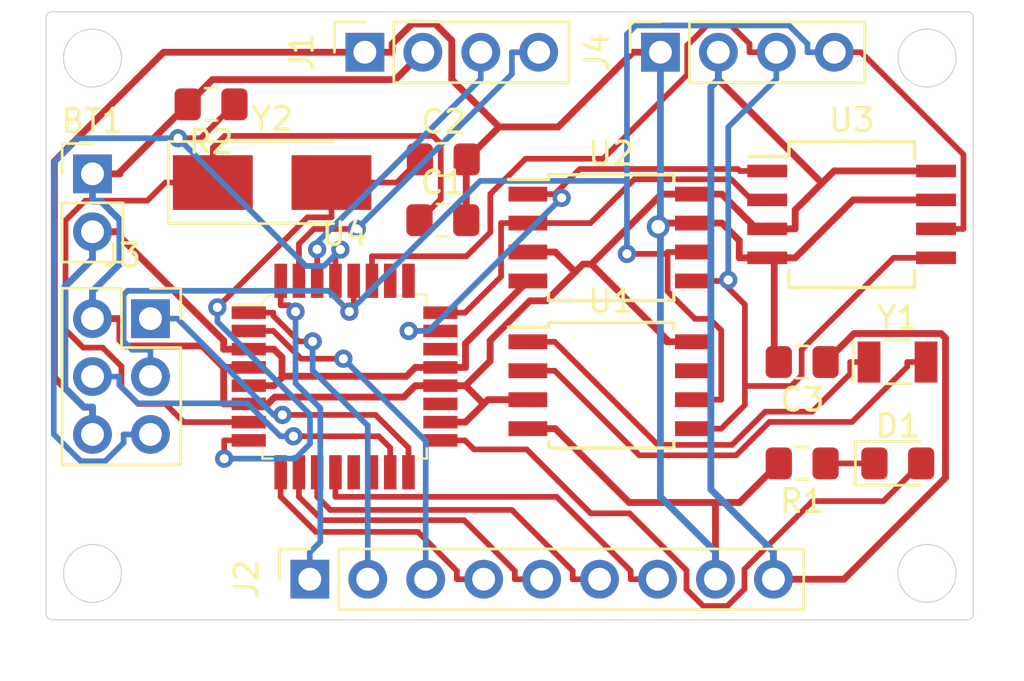
<source format=kicad_pcb>
(kicad_pcb (version 20171130) (host pcbnew "(5.1.4)-1")

  (general
    (thickness 1.6)
    (drawings 12)
    (tracks 385)
    (zones 0)
    (modules 17)
    (nets 32)
  )

  (page A4)
  (title_block
    (title "Arduino Battery Powered with Extended EEPROM and Clock")
    (date 2020-05-17)
    (rev V1)
    (company "Designed by Jose Angulo")
  )

  (layers
    (0 F.Cu signal)
    (31 B.Cu mixed)
    (32 B.Adhes user)
    (33 F.Adhes user)
    (34 B.Paste user)
    (35 F.Paste user)
    (36 B.SilkS user)
    (37 F.SilkS user)
    (38 B.Mask user)
    (39 F.Mask user)
    (40 Dwgs.User user)
    (41 Cmts.User user)
    (42 Eco1.User user)
    (43 Eco2.User user)
    (44 Edge.Cuts user)
    (45 Margin user)
    (46 B.CrtYd user)
    (47 F.CrtYd user)
    (48 B.Fab user)
    (49 F.Fab user)
  )

  (setup
    (last_trace_width 0.25)
    (user_trace_width 0.3)
    (trace_clearance 0.2)
    (zone_clearance 0.508)
    (zone_45_only no)
    (trace_min 0.2)
    (via_size 0.8)
    (via_drill 0.4)
    (via_min_size 0.4)
    (via_min_drill 0.3)
    (user_via 1 0.6)
    (uvia_size 0.3)
    (uvia_drill 0.1)
    (uvias_allowed no)
    (uvia_min_size 0.2)
    (uvia_min_drill 0.1)
    (edge_width 0.05)
    (segment_width 0.2)
    (pcb_text_width 0.3)
    (pcb_text_size 1.5 1.5)
    (mod_edge_width 0.12)
    (mod_text_size 1 1)
    (mod_text_width 0.15)
    (pad_size 1.524 1.524)
    (pad_drill 0.762)
    (pad_to_mask_clearance 0.051)
    (solder_mask_min_width 0.25)
    (aux_axis_origin 0 0)
    (visible_elements 7FFFFFFF)
    (pcbplotparams
      (layerselection 0x010fc_ffffffff)
      (usegerberextensions false)
      (usegerberattributes false)
      (usegerberadvancedattributes false)
      (creategerberjobfile false)
      (excludeedgelayer true)
      (linewidth 0.100000)
      (plotframeref false)
      (viasonmask false)
      (mode 1)
      (useauxorigin false)
      (hpglpennumber 1)
      (hpglpenspeed 20)
      (hpglpendiameter 15.000000)
      (psnegative false)
      (psa4output false)
      (plotreference true)
      (plotvalue true)
      (plotinvisibletext false)
      (padsonsilk false)
      (subtractmaskfromsilk false)
      (outputformat 1)
      (mirror false)
      (drillshape 1)
      (scaleselection 1)
      (outputdirectory ""))
  )

  (net 0 "")
  (net 1 /Vcc)
  (net 2 GNDPWR)
  (net 3 "Net-(C1-Pad1)")
  (net 4 "Net-(C2-Pad1)")
  (net 5 "Net-(D1-Pad1)")
  (net 6 "Net-(D1-Pad2)")
  (net 7 /RX)
  (net 8 /TX)
  (net 9 /D2)
  (net 10 /D3)
  (net 11 /D4)
  (net 12 /D5)
  (net 13 /D6)
  (net 14 /D7)
  (net 15 /D8)
  (net 16 /MISO)
  (net 17 /SCK)
  (net 18 /MOSI)
  (net 19 /RESET)
  (net 20 /SDA)
  (net 21 "Net-(U1-Pad7)")
  (net 22 "Net-(U1-Pad2)")
  (net 23 "Net-(U1-Pad1)")
  (net 24 /ADDS1)
  (net 25 /ADDS2)
  (net 26 "Net-(U4-Pad13)")
  (net 27 "Net-(U4-Pad14)")
  (net 28 "Net-(U4-Pad19)")
  (net 29 "Net-(U4-Pad22)")
  (net 30 "Net-(U4-Pad25)")
  (net 31 "Net-(U4-Pad26)")

  (net_class Default "This is the default net class."
    (clearance 0.2)
    (trace_width 0.25)
    (via_dia 0.8)
    (via_drill 0.4)
    (uvia_dia 0.3)
    (uvia_drill 0.1)
    (add_net /ADDS1)
    (add_net /ADDS2)
    (add_net /D2)
    (add_net /D3)
    (add_net /D4)
    (add_net /D5)
    (add_net /D6)
    (add_net /D7)
    (add_net /D8)
    (add_net /MISO)
    (add_net /MOSI)
    (add_net /RESET)
    (add_net /RX)
    (add_net /SCK)
    (add_net /SDA)
    (add_net /TX)
    (add_net "Net-(C1-Pad1)")
    (add_net "Net-(C2-Pad1)")
    (add_net "Net-(D1-Pad1)")
    (add_net "Net-(D1-Pad2)")
    (add_net "Net-(U1-Pad1)")
    (add_net "Net-(U1-Pad2)")
    (add_net "Net-(U1-Pad7)")
    (add_net "Net-(U4-Pad13)")
    (add_net "Net-(U4-Pad14)")
    (add_net "Net-(U4-Pad19)")
    (add_net "Net-(U4-Pad22)")
    (add_net "Net-(U4-Pad25)")
    (add_net "Net-(U4-Pad26)")
  )

  (net_class Power ""
    (clearance 0.2)
    (trace_width 0.3)
    (via_dia 1)
    (via_drill 0.6)
    (uvia_dia 0.3)
    (uvia_drill 0.1)
    (add_net /Vcc)
    (add_net GNDPWR)
  )

  (module Connector_PinHeader_2.54mm:PinHeader_1x02_P2.54mm_Vertical (layer F.Cu) (tedit 59FED5CC) (tstamp 5EC1B5DC)
    (at 85.852 110.998)
    (descr "Through hole straight pin header, 1x02, 2.54mm pitch, single row")
    (tags "Through hole pin header THT 1x02 2.54mm single row")
    (path /5EC0DCA7)
    (fp_text reference BT1 (at 0 -2.33) (layer F.SilkS)
      (effects (font (size 1 1) (thickness 0.15)))
    )
    (fp_text value "Battery 3V" (at 0 4.87) (layer F.Fab)
      (effects (font (size 1 1) (thickness 0.15)))
    )
    (fp_line (start -0.635 -1.27) (end 1.27 -1.27) (layer F.Fab) (width 0.1))
    (fp_line (start 1.27 -1.27) (end 1.27 3.81) (layer F.Fab) (width 0.1))
    (fp_line (start 1.27 3.81) (end -1.27 3.81) (layer F.Fab) (width 0.1))
    (fp_line (start -1.27 3.81) (end -1.27 -0.635) (layer F.Fab) (width 0.1))
    (fp_line (start -1.27 -0.635) (end -0.635 -1.27) (layer F.Fab) (width 0.1))
    (fp_line (start -1.33 3.87) (end 1.33 3.87) (layer F.SilkS) (width 0.12))
    (fp_line (start -1.33 1.27) (end -1.33 3.87) (layer F.SilkS) (width 0.12))
    (fp_line (start 1.33 1.27) (end 1.33 3.87) (layer F.SilkS) (width 0.12))
    (fp_line (start -1.33 1.27) (end 1.33 1.27) (layer F.SilkS) (width 0.12))
    (fp_line (start -1.33 0) (end -1.33 -1.33) (layer F.SilkS) (width 0.12))
    (fp_line (start -1.33 -1.33) (end 0 -1.33) (layer F.SilkS) (width 0.12))
    (fp_line (start -1.8 -1.8) (end -1.8 4.35) (layer F.CrtYd) (width 0.05))
    (fp_line (start -1.8 4.35) (end 1.8 4.35) (layer F.CrtYd) (width 0.05))
    (fp_line (start 1.8 4.35) (end 1.8 -1.8) (layer F.CrtYd) (width 0.05))
    (fp_line (start 1.8 -1.8) (end -1.8 -1.8) (layer F.CrtYd) (width 0.05))
    (fp_text user %R (at 0 1.27 90) (layer F.Fab)
      (effects (font (size 1 1) (thickness 0.15)))
    )
    (pad 1 thru_hole rect (at 0 0) (size 1.7 1.7) (drill 1) (layers *.Cu *.Mask)
      (net 1 /Vcc))
    (pad 2 thru_hole oval (at 0 2.54) (size 1.7 1.7) (drill 1) (layers *.Cu *.Mask)
      (net 2 GNDPWR))
    (model ${KISYS3DMOD}/Connector_PinHeader_2.54mm.3dshapes/PinHeader_1x02_P2.54mm_Vertical.wrl
      (at (xyz 0 0 0))
      (scale (xyz 1 1 1))
      (rotate (xyz 0 0 0))
    )
  )

  (module Capacitor_SMD:C_0805_2012Metric_Pad1.15x1.40mm_HandSolder (layer F.Cu) (tedit 5B36C52B) (tstamp 5EC1A940)
    (at 101.21 113.03)
    (descr "Capacitor SMD 0805 (2012 Metric), square (rectangular) end terminal, IPC_7351 nominal with elongated pad for handsoldering. (Body size source: https://docs.google.com/spreadsheets/d/1BsfQQcO9C6DZCsRaXUlFlo91Tg2WpOkGARC1WS5S8t0/edit?usp=sharing), generated with kicad-footprint-generator")
    (tags "capacitor handsolder")
    (path /5EC0FEED)
    (attr smd)
    (fp_text reference C1 (at 0 -1.65) (layer F.SilkS)
      (effects (font (size 1 1) (thickness 0.15)))
    )
    (fp_text value C22pF (at 0 1.65) (layer F.Fab)
      (effects (font (size 1 1) (thickness 0.15)))
    )
    (fp_line (start -1 0.6) (end -1 -0.6) (layer F.Fab) (width 0.1))
    (fp_line (start -1 -0.6) (end 1 -0.6) (layer F.Fab) (width 0.1))
    (fp_line (start 1 -0.6) (end 1 0.6) (layer F.Fab) (width 0.1))
    (fp_line (start 1 0.6) (end -1 0.6) (layer F.Fab) (width 0.1))
    (fp_line (start -0.261252 -0.71) (end 0.261252 -0.71) (layer F.SilkS) (width 0.12))
    (fp_line (start -0.261252 0.71) (end 0.261252 0.71) (layer F.SilkS) (width 0.12))
    (fp_line (start -1.85 0.95) (end -1.85 -0.95) (layer F.CrtYd) (width 0.05))
    (fp_line (start -1.85 -0.95) (end 1.85 -0.95) (layer F.CrtYd) (width 0.05))
    (fp_line (start 1.85 -0.95) (end 1.85 0.95) (layer F.CrtYd) (width 0.05))
    (fp_line (start 1.85 0.95) (end -1.85 0.95) (layer F.CrtYd) (width 0.05))
    (fp_text user %R (at 0 0) (layer F.Fab)
      (effects (font (size 0.5 0.5) (thickness 0.08)))
    )
    (pad 1 smd roundrect (at -1.025 0) (size 1.15 1.4) (layers F.Cu F.Paste F.Mask) (roundrect_rratio 0.217391)
      (net 3 "Net-(C1-Pad1)"))
    (pad 2 smd roundrect (at 1.025 0) (size 1.15 1.4) (layers F.Cu F.Paste F.Mask) (roundrect_rratio 0.217391)
      (net 2 GNDPWR))
    (model ${KISYS3DMOD}/Capacitor_SMD.3dshapes/C_0805_2012Metric.wrl
      (at (xyz 0 0 0))
      (scale (xyz 1 1 1))
      (rotate (xyz 0 0 0))
    )
  )

  (module Capacitor_SMD:C_0805_2012Metric_Pad1.15x1.40mm_HandSolder (layer F.Cu) (tedit 5B36C52B) (tstamp 5EC19B50)
    (at 101.228 110.363)
    (descr "Capacitor SMD 0805 (2012 Metric), square (rectangular) end terminal, IPC_7351 nominal with elongated pad for handsoldering. (Body size source: https://docs.google.com/spreadsheets/d/1BsfQQcO9C6DZCsRaXUlFlo91Tg2WpOkGARC1WS5S8t0/edit?usp=sharing), generated with kicad-footprint-generator")
    (tags "capacitor handsolder")
    (path /5EC1064E)
    (attr smd)
    (fp_text reference C2 (at 0 -1.65) (layer F.SilkS)
      (effects (font (size 1 1) (thickness 0.15)))
    )
    (fp_text value C22pF (at 0 1.65) (layer F.Fab)
      (effects (font (size 1 1) (thickness 0.15)))
    )
    (fp_text user %R (at 0 0) (layer F.Fab)
      (effects (font (size 0.5 0.5) (thickness 0.08)))
    )
    (fp_line (start 1.85 0.95) (end -1.85 0.95) (layer F.CrtYd) (width 0.05))
    (fp_line (start 1.85 -0.95) (end 1.85 0.95) (layer F.CrtYd) (width 0.05))
    (fp_line (start -1.85 -0.95) (end 1.85 -0.95) (layer F.CrtYd) (width 0.05))
    (fp_line (start -1.85 0.95) (end -1.85 -0.95) (layer F.CrtYd) (width 0.05))
    (fp_line (start -0.261252 0.71) (end 0.261252 0.71) (layer F.SilkS) (width 0.12))
    (fp_line (start -0.261252 -0.71) (end 0.261252 -0.71) (layer F.SilkS) (width 0.12))
    (fp_line (start 1 0.6) (end -1 0.6) (layer F.Fab) (width 0.1))
    (fp_line (start 1 -0.6) (end 1 0.6) (layer F.Fab) (width 0.1))
    (fp_line (start -1 -0.6) (end 1 -0.6) (layer F.Fab) (width 0.1))
    (fp_line (start -1 0.6) (end -1 -0.6) (layer F.Fab) (width 0.1))
    (pad 2 smd roundrect (at 1.025 0) (size 1.15 1.4) (layers F.Cu F.Paste F.Mask) (roundrect_rratio 0.217391)
      (net 2 GNDPWR))
    (pad 1 smd roundrect (at -1.025 0) (size 1.15 1.4) (layers F.Cu F.Paste F.Mask) (roundrect_rratio 0.217391)
      (net 4 "Net-(C2-Pad1)"))
    (model ${KISYS3DMOD}/Capacitor_SMD.3dshapes/C_0805_2012Metric.wrl
      (at (xyz 0 0 0))
      (scale (xyz 1 1 1))
      (rotate (xyz 0 0 0))
    )
  )

  (module Capacitor_SMD:C_0805_2012Metric_Pad1.15x1.40mm_HandSolder (layer F.Cu) (tedit 5B36C52B) (tstamp 5EC1AECA)
    (at 116.958 119.253 180)
    (descr "Capacitor SMD 0805 (2012 Metric), square (rectangular) end terminal, IPC_7351 nominal with elongated pad for handsoldering. (Body size source: https://docs.google.com/spreadsheets/d/1BsfQQcO9C6DZCsRaXUlFlo91Tg2WpOkGARC1WS5S8t0/edit?usp=sharing), generated with kicad-footprint-generator")
    (tags "capacitor handsolder")
    (path /5EC10D42)
    (attr smd)
    (fp_text reference C3 (at 0 -1.65) (layer F.SilkS)
      (effects (font (size 1 1) (thickness 0.15)))
    )
    (fp_text value 10uF (at 0 1.65) (layer F.Fab)
      (effects (font (size 1 1) (thickness 0.15)))
    )
    (fp_line (start -1 0.6) (end -1 -0.6) (layer F.Fab) (width 0.1))
    (fp_line (start -1 -0.6) (end 1 -0.6) (layer F.Fab) (width 0.1))
    (fp_line (start 1 -0.6) (end 1 0.6) (layer F.Fab) (width 0.1))
    (fp_line (start 1 0.6) (end -1 0.6) (layer F.Fab) (width 0.1))
    (fp_line (start -0.261252 -0.71) (end 0.261252 -0.71) (layer F.SilkS) (width 0.12))
    (fp_line (start -0.261252 0.71) (end 0.261252 0.71) (layer F.SilkS) (width 0.12))
    (fp_line (start -1.85 0.95) (end -1.85 -0.95) (layer F.CrtYd) (width 0.05))
    (fp_line (start -1.85 -0.95) (end 1.85 -0.95) (layer F.CrtYd) (width 0.05))
    (fp_line (start 1.85 -0.95) (end 1.85 0.95) (layer F.CrtYd) (width 0.05))
    (fp_line (start 1.85 0.95) (end -1.85 0.95) (layer F.CrtYd) (width 0.05))
    (fp_text user %R (at 0 0) (layer F.Fab)
      (effects (font (size 0.5 0.5) (thickness 0.08)))
    )
    (pad 1 smd roundrect (at -1.025 0 180) (size 1.15 1.4) (layers F.Cu F.Paste F.Mask) (roundrect_rratio 0.217391)
      (net 1 /Vcc))
    (pad 2 smd roundrect (at 1.025 0 180) (size 1.15 1.4) (layers F.Cu F.Paste F.Mask) (roundrect_rratio 0.217391)
      (net 2 GNDPWR))
    (model ${KISYS3DMOD}/Capacitor_SMD.3dshapes/C_0805_2012Metric.wrl
      (at (xyz 0 0 0))
      (scale (xyz 1 1 1))
      (rotate (xyz 0 0 0))
    )
  )

  (module LED_SMD:LED_0805_2012Metric_Pad1.15x1.40mm_HandSolder (layer F.Cu) (tedit 5B4B45C9) (tstamp 5EC19B74)
    (at 121.149 123.698)
    (descr "LED SMD 0805 (2012 Metric), square (rectangular) end terminal, IPC_7351 nominal, (Body size source: https://docs.google.com/spreadsheets/d/1BsfQQcO9C6DZCsRaXUlFlo91Tg2WpOkGARC1WS5S8t0/edit?usp=sharing), generated with kicad-footprint-generator")
    (tags "LED handsolder")
    (path /5EC11BF2)
    (attr smd)
    (fp_text reference D1 (at 0 -1.65) (layer F.SilkS)
      (effects (font (size 1 1) (thickness 0.15)))
    )
    (fp_text value LED (at 0 1.65) (layer F.Fab)
      (effects (font (size 1 1) (thickness 0.15)))
    )
    (fp_line (start 1 -0.6) (end -0.7 -0.6) (layer F.Fab) (width 0.1))
    (fp_line (start -0.7 -0.6) (end -1 -0.3) (layer F.Fab) (width 0.1))
    (fp_line (start -1 -0.3) (end -1 0.6) (layer F.Fab) (width 0.1))
    (fp_line (start -1 0.6) (end 1 0.6) (layer F.Fab) (width 0.1))
    (fp_line (start 1 0.6) (end 1 -0.6) (layer F.Fab) (width 0.1))
    (fp_line (start 1 -0.96) (end -1.86 -0.96) (layer F.SilkS) (width 0.12))
    (fp_line (start -1.86 -0.96) (end -1.86 0.96) (layer F.SilkS) (width 0.12))
    (fp_line (start -1.86 0.96) (end 1 0.96) (layer F.SilkS) (width 0.12))
    (fp_line (start -1.85 0.95) (end -1.85 -0.95) (layer F.CrtYd) (width 0.05))
    (fp_line (start -1.85 -0.95) (end 1.85 -0.95) (layer F.CrtYd) (width 0.05))
    (fp_line (start 1.85 -0.95) (end 1.85 0.95) (layer F.CrtYd) (width 0.05))
    (fp_line (start 1.85 0.95) (end -1.85 0.95) (layer F.CrtYd) (width 0.05))
    (fp_text user %R (at 0 0) (layer F.Fab)
      (effects (font (size 0.5 0.5) (thickness 0.08)))
    )
    (pad 1 smd roundrect (at -1.025 0) (size 1.15 1.4) (layers F.Cu F.Paste F.Mask) (roundrect_rratio 0.217391)
      (net 5 "Net-(D1-Pad1)"))
    (pad 2 smd roundrect (at 1.025 0) (size 1.15 1.4) (layers F.Cu F.Paste F.Mask) (roundrect_rratio 0.217391)
      (net 6 "Net-(D1-Pad2)"))
    (model ${KISYS3DMOD}/LED_SMD.3dshapes/LED_0805_2012Metric.wrl
      (at (xyz 0 0 0))
      (scale (xyz 1 1 1))
      (rotate (xyz 0 0 0))
    )
  )

  (module Connector_PinSocket_2.54mm:PinSocket_1x04_P2.54mm_Vertical (layer F.Cu) (tedit 5A19A429) (tstamp 5EC19B8C)
    (at 97.79 105.664 90)
    (descr "Through hole straight socket strip, 1x04, 2.54mm pitch, single row (from Kicad 4.0.7), script generated")
    (tags "Through hole socket strip THT 1x04 2.54mm single row")
    (path /5EC178C4/5EC1A01F)
    (fp_text reference J1 (at 0 -2.77 90) (layer F.SilkS)
      (effects (font (size 1 1) (thickness 0.15)))
    )
    (fp_text value Serial (at 0 10.39 90) (layer F.Fab)
      (effects (font (size 1 1) (thickness 0.15)))
    )
    (fp_line (start -1.27 -1.27) (end 0.635 -1.27) (layer F.Fab) (width 0.1))
    (fp_line (start 0.635 -1.27) (end 1.27 -0.635) (layer F.Fab) (width 0.1))
    (fp_line (start 1.27 -0.635) (end 1.27 8.89) (layer F.Fab) (width 0.1))
    (fp_line (start 1.27 8.89) (end -1.27 8.89) (layer F.Fab) (width 0.1))
    (fp_line (start -1.27 8.89) (end -1.27 -1.27) (layer F.Fab) (width 0.1))
    (fp_line (start -1.33 1.27) (end 1.33 1.27) (layer F.SilkS) (width 0.12))
    (fp_line (start -1.33 1.27) (end -1.33 8.95) (layer F.SilkS) (width 0.12))
    (fp_line (start -1.33 8.95) (end 1.33 8.95) (layer F.SilkS) (width 0.12))
    (fp_line (start 1.33 1.27) (end 1.33 8.95) (layer F.SilkS) (width 0.12))
    (fp_line (start 1.33 -1.33) (end 1.33 0) (layer F.SilkS) (width 0.12))
    (fp_line (start 0 -1.33) (end 1.33 -1.33) (layer F.SilkS) (width 0.12))
    (fp_line (start -1.8 -1.8) (end 1.75 -1.8) (layer F.CrtYd) (width 0.05))
    (fp_line (start 1.75 -1.8) (end 1.75 9.4) (layer F.CrtYd) (width 0.05))
    (fp_line (start 1.75 9.4) (end -1.8 9.4) (layer F.CrtYd) (width 0.05))
    (fp_line (start -1.8 9.4) (end -1.8 -1.8) (layer F.CrtYd) (width 0.05))
    (fp_text user %R (at 0 3.81) (layer F.Fab)
      (effects (font (size 1 1) (thickness 0.15)))
    )
    (pad 1 thru_hole rect (at 0 0 90) (size 1.7 1.7) (drill 1) (layers *.Cu *.Mask)
      (net 2 GNDPWR))
    (pad 2 thru_hole oval (at 0 2.54 90) (size 1.7 1.7) (drill 1) (layers *.Cu *.Mask)
      (net 1 /Vcc))
    (pad 3 thru_hole oval (at 0 5.08 90) (size 1.7 1.7) (drill 1) (layers *.Cu *.Mask)
      (net 7 /RX))
    (pad 4 thru_hole oval (at 0 7.62 90) (size 1.7 1.7) (drill 1) (layers *.Cu *.Mask)
      (net 8 /TX))
    (model ${KISYS3DMOD}/Connector_PinSocket_2.54mm.3dshapes/PinSocket_1x04_P2.54mm_Vertical.wrl
      (at (xyz 0 0 0))
      (scale (xyz 1 1 1))
      (rotate (xyz 0 0 0))
    )
  )

  (module Connector_PinSocket_2.54mm:PinSocket_1x09_P2.54mm_Vertical (layer F.Cu) (tedit 5A19A431) (tstamp 5EC1B0D2)
    (at 95.377 128.778 90)
    (descr "Through hole straight socket strip, 1x09, 2.54mm pitch, single row (from Kicad 4.0.7), script generated")
    (tags "Through hole socket strip THT 1x09 2.54mm single row")
    (path /5EC178C4/5EC184F5)
    (fp_text reference J2 (at 0 -2.77 90) (layer F.SilkS)
      (effects (font (size 1 1) (thickness 0.15)))
    )
    (fp_text value "Digital pins" (at 0 23.09 90) (layer F.Fab)
      (effects (font (size 1 1) (thickness 0.15)))
    )
    (fp_line (start -1.27 -1.27) (end 0.635 -1.27) (layer F.Fab) (width 0.1))
    (fp_line (start 0.635 -1.27) (end 1.27 -0.635) (layer F.Fab) (width 0.1))
    (fp_line (start 1.27 -0.635) (end 1.27 21.59) (layer F.Fab) (width 0.1))
    (fp_line (start 1.27 21.59) (end -1.27 21.59) (layer F.Fab) (width 0.1))
    (fp_line (start -1.27 21.59) (end -1.27 -1.27) (layer F.Fab) (width 0.1))
    (fp_line (start -1.33 1.27) (end 1.33 1.27) (layer F.SilkS) (width 0.12))
    (fp_line (start -1.33 1.27) (end -1.33 21.65) (layer F.SilkS) (width 0.12))
    (fp_line (start -1.33 21.65) (end 1.33 21.65) (layer F.SilkS) (width 0.12))
    (fp_line (start 1.33 1.27) (end 1.33 21.65) (layer F.SilkS) (width 0.12))
    (fp_line (start 1.33 -1.33) (end 1.33 0) (layer F.SilkS) (width 0.12))
    (fp_line (start 0 -1.33) (end 1.33 -1.33) (layer F.SilkS) (width 0.12))
    (fp_line (start -1.8 -1.8) (end 1.75 -1.8) (layer F.CrtYd) (width 0.05))
    (fp_line (start 1.75 -1.8) (end 1.75 22.1) (layer F.CrtYd) (width 0.05))
    (fp_line (start 1.75 22.1) (end -1.8 22.1) (layer F.CrtYd) (width 0.05))
    (fp_line (start -1.8 22.1) (end -1.8 -1.8) (layer F.CrtYd) (width 0.05))
    (fp_text user %R (at 0 10.16) (layer F.Fab)
      (effects (font (size 1 1) (thickness 0.15)))
    )
    (pad 1 thru_hole rect (at 0 0 90) (size 1.7 1.7) (drill 1) (layers *.Cu *.Mask)
      (net 9 /D2))
    (pad 2 thru_hole oval (at 0 2.54 90) (size 1.7 1.7) (drill 1) (layers *.Cu *.Mask)
      (net 10 /D3))
    (pad 3 thru_hole oval (at 0 5.08 90) (size 1.7 1.7) (drill 1) (layers *.Cu *.Mask)
      (net 11 /D4))
    (pad 4 thru_hole oval (at 0 7.62 90) (size 1.7 1.7) (drill 1) (layers *.Cu *.Mask)
      (net 12 /D5))
    (pad 5 thru_hole oval (at 0 10.16 90) (size 1.7 1.7) (drill 1) (layers *.Cu *.Mask)
      (net 13 /D6))
    (pad 6 thru_hole oval (at 0 12.7 90) (size 1.7 1.7) (drill 1) (layers *.Cu *.Mask)
      (net 14 /D7))
    (pad 7 thru_hole oval (at 0 15.24 90) (size 1.7 1.7) (drill 1) (layers *.Cu *.Mask)
      (net 15 /D8))
    (pad 8 thru_hole oval (at 0 17.78 90) (size 1.7 1.7) (drill 1) (layers *.Cu *.Mask)
      (net 2 GNDPWR))
    (pad 9 thru_hole oval (at 0 20.32 90) (size 1.7 1.7) (drill 1) (layers *.Cu *.Mask)
      (net 1 /Vcc))
    (model ${KISYS3DMOD}/Connector_PinSocket_2.54mm.3dshapes/PinSocket_1x09_P2.54mm_Vertical.wrl
      (at (xyz 0 0 0))
      (scale (xyz 1 1 1))
      (rotate (xyz 0 0 0))
    )
  )

  (module Connector_PinSocket_2.54mm:PinSocket_2x03_P2.54mm_Vertical (layer F.Cu) (tedit 5A19A425) (tstamp 5EC19BC5)
    (at 88.392 117.348)
    (descr "Through hole straight socket strip, 2x03, 2.54mm pitch, double cols (from Kicad 4.0.7), script generated")
    (tags "Through hole socket strip THT 2x03 2.54mm double row")
    (path /5EC178C4/5EC194FF)
    (fp_text reference J3 (at -1.27 -2.77) (layer F.SilkS)
      (effects (font (size 1 1) (thickness 0.15)))
    )
    (fp_text value ICSP (at -1.27 7.85) (layer F.Fab)
      (effects (font (size 1 1) (thickness 0.15)))
    )
    (fp_line (start -3.81 -1.27) (end 0.27 -1.27) (layer F.Fab) (width 0.1))
    (fp_line (start 0.27 -1.27) (end 1.27 -0.27) (layer F.Fab) (width 0.1))
    (fp_line (start 1.27 -0.27) (end 1.27 6.35) (layer F.Fab) (width 0.1))
    (fp_line (start 1.27 6.35) (end -3.81 6.35) (layer F.Fab) (width 0.1))
    (fp_line (start -3.81 6.35) (end -3.81 -1.27) (layer F.Fab) (width 0.1))
    (fp_line (start -3.87 -1.33) (end -1.27 -1.33) (layer F.SilkS) (width 0.12))
    (fp_line (start -3.87 -1.33) (end -3.87 6.41) (layer F.SilkS) (width 0.12))
    (fp_line (start -3.87 6.41) (end 1.33 6.41) (layer F.SilkS) (width 0.12))
    (fp_line (start 1.33 1.27) (end 1.33 6.41) (layer F.SilkS) (width 0.12))
    (fp_line (start -1.27 1.27) (end 1.33 1.27) (layer F.SilkS) (width 0.12))
    (fp_line (start -1.27 -1.33) (end -1.27 1.27) (layer F.SilkS) (width 0.12))
    (fp_line (start 1.33 -1.33) (end 1.33 0) (layer F.SilkS) (width 0.12))
    (fp_line (start 0 -1.33) (end 1.33 -1.33) (layer F.SilkS) (width 0.12))
    (fp_line (start -4.34 -1.8) (end 1.76 -1.8) (layer F.CrtYd) (width 0.05))
    (fp_line (start 1.76 -1.8) (end 1.76 6.85) (layer F.CrtYd) (width 0.05))
    (fp_line (start 1.76 6.85) (end -4.34 6.85) (layer F.CrtYd) (width 0.05))
    (fp_line (start -4.34 6.85) (end -4.34 -1.8) (layer F.CrtYd) (width 0.05))
    (fp_text user %R (at -1.27 2.54 90) (layer F.Fab)
      (effects (font (size 1 1) (thickness 0.15)))
    )
    (pad 1 thru_hole rect (at 0 0) (size 1.7 1.7) (drill 1) (layers *.Cu *.Mask)
      (net 16 /MISO))
    (pad 2 thru_hole oval (at -2.54 0) (size 1.7 1.7) (drill 1) (layers *.Cu *.Mask)
      (net 1 /Vcc))
    (pad 3 thru_hole oval (at 0 2.54) (size 1.7 1.7) (drill 1) (layers *.Cu *.Mask)
      (net 17 /SCK))
    (pad 4 thru_hole oval (at -2.54 2.54) (size 1.7 1.7) (drill 1) (layers *.Cu *.Mask)
      (net 18 /MOSI))
    (pad 5 thru_hole oval (at 0 5.08) (size 1.7 1.7) (drill 1) (layers *.Cu *.Mask)
      (net 19 /RESET))
    (pad 6 thru_hole oval (at -2.54 5.08) (size 1.7 1.7) (drill 1) (layers *.Cu *.Mask)
      (net 2 GNDPWR))
    (model ${KISYS3DMOD}/Connector_PinSocket_2.54mm.3dshapes/PinSocket_2x03_P2.54mm_Vertical.wrl
      (at (xyz 0 0 0))
      (scale (xyz 1 1 1))
      (rotate (xyz 0 0 0))
    )
  )

  (module Connector_PinSocket_2.54mm:PinSocket_1x04_P2.54mm_Vertical (layer F.Cu) (tedit 5A19A429) (tstamp 5EC19BDD)
    (at 110.744 105.664 90)
    (descr "Through hole straight socket strip, 1x04, 2.54mm pitch, single row (from Kicad 4.0.7), script generated")
    (tags "Through hole socket strip THT 1x04 2.54mm single row")
    (path /5EC178C4/5EC18C97)
    (fp_text reference J4 (at 0 -2.77 90) (layer F.SilkS)
      (effects (font (size 1 1) (thickness 0.15)))
    )
    (fp_text value I2C (at 0 10.39 90) (layer F.Fab)
      (effects (font (size 1 1) (thickness 0.15)))
    )
    (fp_text user %R (at 0 3.81) (layer F.Fab)
      (effects (font (size 1 1) (thickness 0.15)))
    )
    (fp_line (start -1.8 9.4) (end -1.8 -1.8) (layer F.CrtYd) (width 0.05))
    (fp_line (start 1.75 9.4) (end -1.8 9.4) (layer F.CrtYd) (width 0.05))
    (fp_line (start 1.75 -1.8) (end 1.75 9.4) (layer F.CrtYd) (width 0.05))
    (fp_line (start -1.8 -1.8) (end 1.75 -1.8) (layer F.CrtYd) (width 0.05))
    (fp_line (start 0 -1.33) (end 1.33 -1.33) (layer F.SilkS) (width 0.12))
    (fp_line (start 1.33 -1.33) (end 1.33 0) (layer F.SilkS) (width 0.12))
    (fp_line (start 1.33 1.27) (end 1.33 8.95) (layer F.SilkS) (width 0.12))
    (fp_line (start -1.33 8.95) (end 1.33 8.95) (layer F.SilkS) (width 0.12))
    (fp_line (start -1.33 1.27) (end -1.33 8.95) (layer F.SilkS) (width 0.12))
    (fp_line (start -1.33 1.27) (end 1.33 1.27) (layer F.SilkS) (width 0.12))
    (fp_line (start -1.27 8.89) (end -1.27 -1.27) (layer F.Fab) (width 0.1))
    (fp_line (start 1.27 8.89) (end -1.27 8.89) (layer F.Fab) (width 0.1))
    (fp_line (start 1.27 -0.635) (end 1.27 8.89) (layer F.Fab) (width 0.1))
    (fp_line (start 0.635 -1.27) (end 1.27 -0.635) (layer F.Fab) (width 0.1))
    (fp_line (start -1.27 -1.27) (end 0.635 -1.27) (layer F.Fab) (width 0.1))
    (pad 4 thru_hole oval (at 0 7.62 90) (size 1.7 1.7) (drill 1) (layers *.Cu *.Mask)
      (net 17 /SCK))
    (pad 3 thru_hole oval (at 0 5.08 90) (size 1.7 1.7) (drill 1) (layers *.Cu *.Mask)
      (net 20 /SDA))
    (pad 2 thru_hole oval (at 0 2.54 90) (size 1.7 1.7) (drill 1) (layers *.Cu *.Mask)
      (net 1 /Vcc))
    (pad 1 thru_hole rect (at 0 0 90) (size 1.7 1.7) (drill 1) (layers *.Cu *.Mask)
      (net 2 GNDPWR))
    (model ${KISYS3DMOD}/Connector_PinSocket_2.54mm.3dshapes/PinSocket_1x04_P2.54mm_Vertical.wrl
      (at (xyz 0 0 0))
      (scale (xyz 1 1 1))
      (rotate (xyz 0 0 0))
    )
  )

  (module Resistor_SMD:R_0805_2012Metric_Pad1.15x1.40mm_HandSolder (layer F.Cu) (tedit 5B36C52B) (tstamp 5EC19BEE)
    (at 116.958 123.698 180)
    (descr "Resistor SMD 0805 (2012 Metric), square (rectangular) end terminal, IPC_7351 nominal with elongated pad for handsoldering. (Body size source: https://docs.google.com/spreadsheets/d/1BsfQQcO9C6DZCsRaXUlFlo91Tg2WpOkGARC1WS5S8t0/edit?usp=sharing), generated with kicad-footprint-generator")
    (tags "resistor handsolder")
    (path /5EC1258B)
    (attr smd)
    (fp_text reference R1 (at 0 -1.65) (layer F.SilkS)
      (effects (font (size 1 1) (thickness 0.15)))
    )
    (fp_text value 330Ohm (at 0 1.65) (layer F.Fab)
      (effects (font (size 1 1) (thickness 0.15)))
    )
    (fp_line (start -1 0.6) (end -1 -0.6) (layer F.Fab) (width 0.1))
    (fp_line (start -1 -0.6) (end 1 -0.6) (layer F.Fab) (width 0.1))
    (fp_line (start 1 -0.6) (end 1 0.6) (layer F.Fab) (width 0.1))
    (fp_line (start 1 0.6) (end -1 0.6) (layer F.Fab) (width 0.1))
    (fp_line (start -0.261252 -0.71) (end 0.261252 -0.71) (layer F.SilkS) (width 0.12))
    (fp_line (start -0.261252 0.71) (end 0.261252 0.71) (layer F.SilkS) (width 0.12))
    (fp_line (start -1.85 0.95) (end -1.85 -0.95) (layer F.CrtYd) (width 0.05))
    (fp_line (start -1.85 -0.95) (end 1.85 -0.95) (layer F.CrtYd) (width 0.05))
    (fp_line (start 1.85 -0.95) (end 1.85 0.95) (layer F.CrtYd) (width 0.05))
    (fp_line (start 1.85 0.95) (end -1.85 0.95) (layer F.CrtYd) (width 0.05))
    (fp_text user %R (at 0 0) (layer F.Fab)
      (effects (font (size 0.5 0.5) (thickness 0.08)))
    )
    (pad 1 smd roundrect (at -1.025 0 180) (size 1.15 1.4) (layers F.Cu F.Paste F.Mask) (roundrect_rratio 0.217391)
      (net 5 "Net-(D1-Pad1)"))
    (pad 2 smd roundrect (at 1.025 0 180) (size 1.15 1.4) (layers F.Cu F.Paste F.Mask) (roundrect_rratio 0.217391)
      (net 2 GNDPWR))
    (model ${KISYS3DMOD}/Resistor_SMD.3dshapes/R_0805_2012Metric.wrl
      (at (xyz 0 0 0))
      (scale (xyz 1 1 1))
      (rotate (xyz 0 0 0))
    )
  )

  (module Resistor_SMD:R_0805_2012Metric_Pad1.15x1.40mm_HandSolder (layer F.Cu) (tedit 5B36C52B) (tstamp 5EC19BFF)
    (at 91.05 107.95 180)
    (descr "Resistor SMD 0805 (2012 Metric), square (rectangular) end terminal, IPC_7351 nominal with elongated pad for handsoldering. (Body size source: https://docs.google.com/spreadsheets/d/1BsfQQcO9C6DZCsRaXUlFlo91Tg2WpOkGARC1WS5S8t0/edit?usp=sharing), generated with kicad-footprint-generator")
    (tags "resistor handsolder")
    (path /5EC1288A)
    (attr smd)
    (fp_text reference R2 (at 0 -1.65) (layer F.SilkS)
      (effects (font (size 1 1) (thickness 0.15)))
    )
    (fp_text value 10KOhm (at 0 1.65) (layer F.Fab)
      (effects (font (size 1 1) (thickness 0.15)))
    )
    (fp_text user %R (at 0 0) (layer F.Fab)
      (effects (font (size 0.5 0.5) (thickness 0.08)))
    )
    (fp_line (start 1.85 0.95) (end -1.85 0.95) (layer F.CrtYd) (width 0.05))
    (fp_line (start 1.85 -0.95) (end 1.85 0.95) (layer F.CrtYd) (width 0.05))
    (fp_line (start -1.85 -0.95) (end 1.85 -0.95) (layer F.CrtYd) (width 0.05))
    (fp_line (start -1.85 0.95) (end -1.85 -0.95) (layer F.CrtYd) (width 0.05))
    (fp_line (start -0.261252 0.71) (end 0.261252 0.71) (layer F.SilkS) (width 0.12))
    (fp_line (start -0.261252 -0.71) (end 0.261252 -0.71) (layer F.SilkS) (width 0.12))
    (fp_line (start 1 0.6) (end -1 0.6) (layer F.Fab) (width 0.1))
    (fp_line (start 1 -0.6) (end 1 0.6) (layer F.Fab) (width 0.1))
    (fp_line (start -1 -0.6) (end 1 -0.6) (layer F.Fab) (width 0.1))
    (fp_line (start -1 0.6) (end -1 -0.6) (layer F.Fab) (width 0.1))
    (pad 2 smd roundrect (at 1.025 0 180) (size 1.15 1.4) (layers F.Cu F.Paste F.Mask) (roundrect_rratio 0.217391)
      (net 1 /Vcc))
    (pad 1 smd roundrect (at -1.025 0 180) (size 1.15 1.4) (layers F.Cu F.Paste F.Mask) (roundrect_rratio 0.217391)
      (net 19 /RESET))
    (model ${KISYS3DMOD}/Resistor_SMD.3dshapes/R_0805_2012Metric.wrl
      (at (xyz 0 0 0))
      (scale (xyz 1 1 1))
      (rotate (xyz 0 0 0))
    )
  )

  (module Package_SO:SOIJ-8_5.3x5.3mm_P1.27mm (layer F.Cu) (tedit 5A02F2D3) (tstamp 5EC1A471)
    (at 108.585 120.269)
    (descr "8-Lead Plastic Small Outline (SM) - Medium, 5.28 mm Body [SOIC] (see Microchip Packaging Specification 00000049BS.pdf)")
    (tags "SOIC 1.27")
    (path /5EC1F02F)
    (attr smd)
    (fp_text reference U1 (at 0 -3.68) (layer F.SilkS)
      (effects (font (size 1 1) (thickness 0.15)))
    )
    (fp_text value DS1337S+ (at 0 3.68) (layer F.Fab)
      (effects (font (size 1 1) (thickness 0.15)))
    )
    (fp_line (start -2.75 -2.55) (end -4.5 -2.55) (layer F.SilkS) (width 0.15))
    (fp_line (start -2.75 2.755) (end 2.75 2.755) (layer F.SilkS) (width 0.15))
    (fp_line (start -2.75 -2.755) (end 2.75 -2.755) (layer F.SilkS) (width 0.15))
    (fp_line (start -2.75 2.755) (end -2.75 2.455) (layer F.SilkS) (width 0.15))
    (fp_line (start 2.75 2.755) (end 2.75 2.455) (layer F.SilkS) (width 0.15))
    (fp_line (start 2.75 -2.755) (end 2.75 -2.455) (layer F.SilkS) (width 0.15))
    (fp_line (start -2.75 -2.755) (end -2.75 -2.55) (layer F.SilkS) (width 0.15))
    (fp_line (start -4.75 2.95) (end 4.75 2.95) (layer F.CrtYd) (width 0.05))
    (fp_line (start -4.75 -2.95) (end 4.75 -2.95) (layer F.CrtYd) (width 0.05))
    (fp_line (start 4.75 -2.95) (end 4.75 2.95) (layer F.CrtYd) (width 0.05))
    (fp_line (start -4.75 -2.95) (end -4.75 2.95) (layer F.CrtYd) (width 0.05))
    (fp_line (start -2.65 -1.65) (end -1.65 -2.65) (layer F.Fab) (width 0.15))
    (fp_line (start -2.65 2.65) (end -2.65 -1.65) (layer F.Fab) (width 0.15))
    (fp_line (start 2.65 2.65) (end -2.65 2.65) (layer F.Fab) (width 0.15))
    (fp_line (start 2.65 -2.65) (end 2.65 2.65) (layer F.Fab) (width 0.15))
    (fp_line (start -1.65 -2.65) (end 2.65 -2.65) (layer F.Fab) (width 0.15))
    (fp_text user %R (at 0 0) (layer F.Fab)
      (effects (font (size 1 1) (thickness 0.15)))
    )
    (pad 8 smd rect (at 3.65 -1.905) (size 1.7 0.65) (layers F.Cu F.Paste F.Mask)
      (net 1 /Vcc))
    (pad 7 smd rect (at 3.65 -0.635) (size 1.7 0.65) (layers F.Cu F.Paste F.Mask)
      (net 21 "Net-(U1-Pad7)"))
    (pad 6 smd rect (at 3.65 0.635) (size 1.7 0.65) (layers F.Cu F.Paste F.Mask)
      (net 17 /SCK))
    (pad 5 smd rect (at 3.65 1.905) (size 1.7 0.65) (layers F.Cu F.Paste F.Mask)
      (net 20 /SDA))
    (pad 4 smd rect (at -3.65 1.905) (size 1.7 0.65) (layers F.Cu F.Paste F.Mask)
      (net 2 GNDPWR))
    (pad 3 smd rect (at -3.65 0.635) (size 1.7 0.65) (layers F.Cu F.Paste F.Mask)
      (net 1 /Vcc))
    (pad 2 smd rect (at -3.65 -0.635) (size 1.7 0.65) (layers F.Cu F.Paste F.Mask)
      (net 22 "Net-(U1-Pad2)"))
    (pad 1 smd rect (at -3.65 -1.905) (size 1.7 0.65) (layers F.Cu F.Paste F.Mask)
      (net 23 "Net-(U1-Pad1)"))
    (model ${KISYS3DMOD}/Package_SO.3dshapes/SOIJ-8_5.3x5.3mm_P1.27mm.wrl
      (at (xyz 0 0 0))
      (scale (xyz 1 1 1))
      (rotate (xyz 0 0 0))
    )
  )

  (module Package_SO:SOIJ-8_5.3x5.3mm_P1.27mm (layer F.Cu) (tedit 5A02F2D3) (tstamp 5EC19C39)
    (at 108.585 113.792)
    (descr "8-Lead Plastic Small Outline (SM) - Medium, 5.28 mm Body [SOIC] (see Microchip Packaging Specification 00000049BS.pdf)")
    (tags "SOIC 1.27")
    (path /5EC12FEA)
    (attr smd)
    (fp_text reference U2 (at 0 -3.68) (layer F.SilkS)
      (effects (font (size 1 1) (thickness 0.15)))
    )
    (fp_text value 24LC1025 (at 0 3.68) (layer F.Fab)
      (effects (font (size 1 1) (thickness 0.15)))
    )
    (fp_text user %R (at 0 0) (layer F.Fab)
      (effects (font (size 1 1) (thickness 0.15)))
    )
    (fp_line (start -1.65 -2.65) (end 2.65 -2.65) (layer F.Fab) (width 0.15))
    (fp_line (start 2.65 -2.65) (end 2.65 2.65) (layer F.Fab) (width 0.15))
    (fp_line (start 2.65 2.65) (end -2.65 2.65) (layer F.Fab) (width 0.15))
    (fp_line (start -2.65 2.65) (end -2.65 -1.65) (layer F.Fab) (width 0.15))
    (fp_line (start -2.65 -1.65) (end -1.65 -2.65) (layer F.Fab) (width 0.15))
    (fp_line (start -4.75 -2.95) (end -4.75 2.95) (layer F.CrtYd) (width 0.05))
    (fp_line (start 4.75 -2.95) (end 4.75 2.95) (layer F.CrtYd) (width 0.05))
    (fp_line (start -4.75 -2.95) (end 4.75 -2.95) (layer F.CrtYd) (width 0.05))
    (fp_line (start -4.75 2.95) (end 4.75 2.95) (layer F.CrtYd) (width 0.05))
    (fp_line (start -2.75 -2.755) (end -2.75 -2.55) (layer F.SilkS) (width 0.15))
    (fp_line (start 2.75 -2.755) (end 2.75 -2.455) (layer F.SilkS) (width 0.15))
    (fp_line (start 2.75 2.755) (end 2.75 2.455) (layer F.SilkS) (width 0.15))
    (fp_line (start -2.75 2.755) (end -2.75 2.455) (layer F.SilkS) (width 0.15))
    (fp_line (start -2.75 -2.755) (end 2.75 -2.755) (layer F.SilkS) (width 0.15))
    (fp_line (start -2.75 2.755) (end 2.75 2.755) (layer F.SilkS) (width 0.15))
    (fp_line (start -2.75 -2.55) (end -4.5 -2.55) (layer F.SilkS) (width 0.15))
    (pad 1 smd rect (at -3.65 -1.905) (size 1.7 0.65) (layers F.Cu F.Paste F.Mask)
      (net 24 /ADDS1))
    (pad 2 smd rect (at -3.65 -0.635) (size 1.7 0.65) (layers F.Cu F.Paste F.Mask)
      (net 25 /ADDS2))
    (pad 3 smd rect (at -3.65 0.635) (size 1.7 0.65) (layers F.Cu F.Paste F.Mask)
      (net 1 /Vcc))
    (pad 4 smd rect (at -3.65 1.905) (size 1.7 0.65) (layers F.Cu F.Paste F.Mask)
      (net 2 GNDPWR))
    (pad 5 smd rect (at 3.65 1.905) (size 1.7 0.65) (layers F.Cu F.Paste F.Mask)
      (net 20 /SDA))
    (pad 6 smd rect (at 3.65 0.635) (size 1.7 0.65) (layers F.Cu F.Paste F.Mask)
      (net 17 /SCK))
    (pad 7 smd rect (at 3.65 -0.635) (size 1.7 0.65) (layers F.Cu F.Paste F.Mask)
      (net 2 GNDPWR))
    (pad 8 smd rect (at 3.65 -1.905) (size 1.7 0.65) (layers F.Cu F.Paste F.Mask)
      (net 1 /Vcc))
    (model ${KISYS3DMOD}/Package_SO.3dshapes/SOIJ-8_5.3x5.3mm_P1.27mm.wrl
      (at (xyz 0 0 0))
      (scale (xyz 1 1 1))
      (rotate (xyz 0 0 0))
    )
  )

  (module Package_SO:SO-8_5.3x6.2mm_P1.27mm (layer F.Cu) (tedit 5A02F2D3) (tstamp 5EC1A9D1)
    (at 119.126 112.776)
    (descr "8-Lead Plastic Small Outline, 5.3x6.2mm Body (http://www.ti.com.cn/cn/lit/ds/symlink/tl7705a.pdf)")
    (tags "SOIC 1.27")
    (path /5EC29420)
    (attr smd)
    (fp_text reference U3 (at 0 -4.13) (layer F.SilkS)
      (effects (font (size 1 1) (thickness 0.15)))
    )
    (fp_text value 24LC1025 (at 0 4.13) (layer F.Fab)
      (effects (font (size 1 1) (thickness 0.15)))
    )
    (fp_text user %R (at 0 0) (layer F.Fab)
      (effects (font (size 1 1) (thickness 0.15)))
    )
    (fp_line (start -1.65 -3.1) (end 2.65 -3.1) (layer F.Fab) (width 0.15))
    (fp_line (start 2.65 -3.1) (end 2.65 3.1) (layer F.Fab) (width 0.15))
    (fp_line (start 2.65 3.1) (end -2.65 3.1) (layer F.Fab) (width 0.15))
    (fp_line (start -2.65 3.1) (end -2.65 -2.1) (layer F.Fab) (width 0.15))
    (fp_line (start -2.65 -2.1) (end -1.65 -3.1) (layer F.Fab) (width 0.15))
    (fp_line (start -4.83 -3.35) (end -4.83 3.35) (layer F.CrtYd) (width 0.05))
    (fp_line (start 4.83 -3.35) (end 4.83 3.35) (layer F.CrtYd) (width 0.05))
    (fp_line (start -4.83 -3.35) (end 4.83 -3.35) (layer F.CrtYd) (width 0.05))
    (fp_line (start -4.83 3.35) (end 4.83 3.35) (layer F.CrtYd) (width 0.05))
    (fp_line (start -2.75 -3.205) (end -2.75 -2.55) (layer F.SilkS) (width 0.15))
    (fp_line (start 2.75 -3.205) (end 2.75 -2.455) (layer F.SilkS) (width 0.15))
    (fp_line (start 2.75 3.205) (end 2.75 2.455) (layer F.SilkS) (width 0.15))
    (fp_line (start -2.75 3.205) (end -2.75 2.455) (layer F.SilkS) (width 0.15))
    (fp_line (start -2.75 -3.205) (end 2.75 -3.205) (layer F.SilkS) (width 0.15))
    (fp_line (start -2.75 3.205) (end 2.75 3.205) (layer F.SilkS) (width 0.15))
    (fp_line (start -2.75 -2.55) (end -4.5 -2.55) (layer F.SilkS) (width 0.15))
    (pad 1 smd rect (at -3.7 -1.905) (size 1.75 0.55) (layers F.Cu F.Paste F.Mask)
      (net 24 /ADDS1))
    (pad 2 smd rect (at -3.7 -0.635) (size 1.75 0.55) (layers F.Cu F.Paste F.Mask)
      (net 25 /ADDS2))
    (pad 3 smd rect (at -3.7 0.635) (size 1.75 0.55) (layers F.Cu F.Paste F.Mask)
      (net 1 /Vcc))
    (pad 4 smd rect (at -3.7 1.905) (size 1.75 0.55) (layers F.Cu F.Paste F.Mask)
      (net 2 GNDPWR))
    (pad 5 smd rect (at 3.7 1.905) (size 1.75 0.55) (layers F.Cu F.Paste F.Mask)
      (net 20 /SDA))
    (pad 6 smd rect (at 3.7 0.635) (size 1.75 0.55) (layers F.Cu F.Paste F.Mask)
      (net 17 /SCK))
    (pad 7 smd rect (at 3.7 -0.635) (size 1.75 0.55) (layers F.Cu F.Paste F.Mask)
      (net 2 GNDPWR))
    (pad 8 smd rect (at 3.7 -1.905) (size 1.75 0.55) (layers F.Cu F.Paste F.Mask)
      (net 1 /Vcc))
    (model ${KISYS3DMOD}/Package_SO.3dshapes/SO-8_5.3x6.2mm_P1.27mm.wrl
      (at (xyz 0 0 0))
      (scale (xyz 1 1 1))
      (rotate (xyz 0 0 0))
    )
  )

  (module digikey-footprints:TQFP-32_7x7mm (layer F.Cu) (tedit 5D28AA5E) (tstamp 5EC19C8E)
    (at 96.901 119.888)
    (descr http://www.atmel.com/Images/Atmel-8826-SEEPROM-PCB-Mounting-Guidelines-Surface-Mount-Packages-ApplicationNote.pdf)
    (path /5EC48D6C)
    (attr smd)
    (fp_text reference U4 (at 0 -6.25) (layer F.SilkS)
      (effects (font (size 1 1) (thickness 0.15)))
    )
    (fp_text value ATMEGA328P-AU (at 0 6.2) (layer F.Fab)
      (effects (font (size 1 1) (thickness 0.15)))
    )
    (fp_text user %R (at 0 0) (layer F.Fab)
      (effects (font (size 1 1) (thickness 0.15)))
    )
    (fp_line (start -5.2 5.2) (end 5.2 5.2) (layer F.CrtYd) (width 0.05))
    (fp_line (start -5.2 -5.2) (end -5.2 5.2) (layer F.CrtYd) (width 0.05))
    (fp_line (start 5.2 -5.2) (end 5.2 5.2) (layer F.CrtYd) (width 0.05))
    (fp_line (start -5.2 -5.2) (end 5.2 -5.2) (layer F.CrtYd) (width 0.05))
    (fp_line (start -3.15 -3.6) (end -3.25 -3.6) (layer F.SilkS) (width 0.1))
    (fp_line (start -3.25 -3.6) (end -3.6 -3.25) (layer F.SilkS) (width 0.1))
    (fp_line (start -3.6 -3.25) (end -3.6 -3.15) (layer F.SilkS) (width 0.1))
    (fp_line (start -3.6 -3.15) (end -4.9 -3.15) (layer F.SilkS) (width 0.1))
    (fp_line (start 3.6 -3.6) (end 3.15 -3.6) (layer F.SilkS) (width 0.1))
    (fp_line (start 3.6 -3.6) (end 3.6 -3.15) (layer F.SilkS) (width 0.1))
    (fp_line (start 3.6 3.6) (end 3.6 3.15) (layer F.SilkS) (width 0.1))
    (fp_line (start 3.6 3.6) (end 3.15 3.6) (layer F.SilkS) (width 0.1))
    (fp_line (start -3.6 3.6) (end -3.15 3.6) (layer F.SilkS) (width 0.1))
    (fp_line (start -3.6 3.6) (end -3.6 3.15) (layer F.SilkS) (width 0.1))
    (fp_line (start -3.5 -3.2) (end -3.5 3.5) (layer F.Fab) (width 0.1))
    (fp_line (start -3.2 -3.5) (end 3.5 -3.5) (layer F.Fab) (width 0.1))
    (fp_line (start -3.5 -3.2) (end -3.2 -3.5) (layer F.Fab) (width 0.1))
    (fp_line (start -3.5 3.5) (end 3.5 3.5) (layer F.Fab) (width 0.1))
    (fp_line (start 3.5 -3.5) (end 3.5 3.5) (layer F.Fab) (width 0.1))
    (pad 9 smd rect (at -2.8 4.2) (size 0.55 1.5) (layers F.Cu F.Paste F.Mask)
      (net 12 /D5))
    (pad 1 smd rect (at -4.2 -2.8) (size 1.5 0.55) (layers F.Cu F.Paste F.Mask)
      (net 10 /D3))
    (pad 2 smd rect (at -4.2 -2) (size 1.5 0.55) (layers F.Cu F.Paste F.Mask)
      (net 11 /D4))
    (pad 3 smd rect (at -4.2 -1.2) (size 1.5 0.55) (layers F.Cu F.Paste F.Mask)
      (net 2 GNDPWR))
    (pad 4 smd rect (at -4.2 -0.4) (size 1.5 0.55) (layers F.Cu F.Paste F.Mask)
      (net 1 /Vcc))
    (pad 5 smd rect (at -4.2 0.4) (size 1.5 0.55) (layers F.Cu F.Paste F.Mask)
      (net 2 GNDPWR))
    (pad 6 smd rect (at -4.2 1.2) (size 1.5 0.55) (layers F.Cu F.Paste F.Mask)
      (net 1 /Vcc))
    (pad 7 smd rect (at -4.2 2) (size 1.5 0.55) (layers F.Cu F.Paste F.Mask)
      (net 3 "Net-(C1-Pad1)"))
    (pad 8 smd rect (at -4.2 2.8) (size 1.5 0.55) (layers F.Cu F.Paste F.Mask)
      (net 4 "Net-(C2-Pad1)"))
    (pad 10 smd rect (at -2 4.2) (size 0.55 1.5) (layers F.Cu F.Paste F.Mask)
      (net 13 /D6))
    (pad 11 smd rect (at -1.2 4.2) (size 0.55 1.5) (layers F.Cu F.Paste F.Mask)
      (net 14 /D7))
    (pad 12 smd rect (at -0.4 4.2) (size 0.55 1.5) (layers F.Cu F.Paste F.Mask)
      (net 15 /D8))
    (pad 13 smd rect (at 0.4 4.2) (size 0.55 1.5) (layers F.Cu F.Paste F.Mask)
      (net 26 "Net-(U4-Pad13)"))
    (pad 14 smd rect (at 1.2 4.2) (size 0.55 1.5) (layers F.Cu F.Paste F.Mask)
      (net 27 "Net-(U4-Pad14)"))
    (pad 15 smd rect (at 2 4.2) (size 0.55 1.5) (layers F.Cu F.Paste F.Mask)
      (net 18 /MOSI))
    (pad 16 smd rect (at 2.8 4.2) (size 0.55 1.5) (layers F.Cu F.Paste F.Mask)
      (net 16 /MISO))
    (pad 17 smd rect (at 4.2 2.8) (size 1.5 0.55) (layers F.Cu F.Paste F.Mask)
      (net 6 "Net-(D1-Pad2)"))
    (pad 18 smd rect (at 4.2 2) (size 1.5 0.55) (layers F.Cu F.Paste F.Mask)
      (net 1 /Vcc))
    (pad 19 smd rect (at 4.2 1.2) (size 1.5 0.55) (layers F.Cu F.Paste F.Mask)
      (net 28 "Net-(U4-Pad19)"))
    (pad 20 smd rect (at 4.2 0.4) (size 1.5 0.55) (layers F.Cu F.Paste F.Mask)
      (net 1 /Vcc))
    (pad 21 smd rect (at 4.2 -0.4) (size 1.5 0.55) (layers F.Cu F.Paste F.Mask)
      (net 2 GNDPWR))
    (pad 22 smd rect (at 4.2 -1.2) (size 1.5 0.55) (layers F.Cu F.Paste F.Mask)
      (net 29 "Net-(U4-Pad22)"))
    (pad 23 smd rect (at 4.2 -2) (size 1.5 0.55) (layers F.Cu F.Paste F.Mask)
      (net 24 /ADDS1))
    (pad 24 smd rect (at 4.2 -2.8) (size 1.5 0.55) (layers F.Cu F.Paste F.Mask)
      (net 25 /ADDS2))
    (pad 25 smd rect (at 2.8 -4.2) (size 0.55 1.5) (layers F.Cu F.Paste F.Mask)
      (net 30 "Net-(U4-Pad25)"))
    (pad 26 smd rect (at 2 -4.2) (size 0.55 1.5) (layers F.Cu F.Paste F.Mask)
      (net 31 "Net-(U4-Pad26)"))
    (pad 27 smd rect (at 1.2 -4.2) (size 0.55 1.5) (layers F.Cu F.Paste F.Mask)
      (net 20 /SDA))
    (pad 28 smd rect (at 0.4 -4.2) (size 0.55 1.5) (layers F.Cu F.Paste F.Mask)
      (net 17 /SCK))
    (pad 29 smd rect (at -0.4 -4.2) (size 0.55 1.5) (layers F.Cu F.Paste F.Mask)
      (net 19 /RESET))
    (pad 30 smd rect (at -1.2 -4.2) (size 0.55 1.5) (layers F.Cu F.Paste F.Mask)
      (net 7 /RX))
    (pad 31 smd rect (at -2 -4.2) (size 0.55 1.5) (layers F.Cu F.Paste F.Mask)
      (net 8 /TX))
    (pad 32 smd rect (at -2.8 -4.2) (size 0.55 1.5) (layers F.Cu F.Paste F.Mask)
      (net 9 /D2))
  )

  (module Crystal:Crystal_SMD_MicroCrystal_CC7V-T1A-2Pin_3.2x1.5mm (layer F.Cu) (tedit 5D24C08C) (tstamp 5EC1AEFC)
    (at 121.138 119.253)
    (descr "SMD Crystal MicroCrystal CC7V-T1A/CM7V-T1A series https://www.microcrystal.com/fileadmin/Media/Products/32kHz/Datasheet/CC7V-T1A.pdf, 3.2x1.5mm^2 package")
    (tags "SMD SMT crystal")
    (path /5EC1F9D8)
    (attr smd)
    (fp_text reference Y1 (at 0 -1.95) (layer F.SilkS)
      (effects (font (size 1 1) (thickness 0.15)))
    )
    (fp_text value "Crystal 32MHz" (at 0 1.95) (layer F.Fab)
      (effects (font (size 1 1) (thickness 0.15)))
    )
    (fp_text user %R (at 0 0) (layer F.Fab)
      (effects (font (size 0.7 0.7) (thickness 0.105)))
    )
    (fp_line (start -1.6 -0.75) (end -1.6 0.75) (layer F.Fab) (width 0.1))
    (fp_line (start -1.6 0.75) (end 1.6 0.75) (layer F.Fab) (width 0.1))
    (fp_line (start 1.6 0.75) (end 1.6 -0.75) (layer F.Fab) (width 0.1))
    (fp_line (start 1.6 -0.75) (end -1.6 -0.75) (layer F.Fab) (width 0.1))
    (fp_line (start -1.6 0.25) (end -1.1 0.75) (layer F.Fab) (width 0.1))
    (fp_line (start -0.55 -0.95) (end 0.55 -0.95) (layer F.SilkS) (width 0.12))
    (fp_line (start -0.55 0.95) (end 0.55 0.95) (layer F.SilkS) (width 0.12))
    (fp_line (start -1.95 -0.9) (end -1.95 0.9) (layer F.SilkS) (width 0.12))
    (fp_line (start -2 -1.2) (end -2 1.2) (layer F.CrtYd) (width 0.05))
    (fp_line (start -2 1.2) (end 2 1.2) (layer F.CrtYd) (width 0.05))
    (fp_line (start 2 1.2) (end 2 -1.2) (layer F.CrtYd) (width 0.05))
    (fp_line (start 2 -1.2) (end -2 -1.2) (layer F.CrtYd) (width 0.05))
    (pad 1 smd rect (at -1.25 0) (size 1 1.8) (layers F.Cu F.Paste F.Mask)
      (net 23 "Net-(U1-Pad1)"))
    (pad 2 smd rect (at 1.25 0) (size 1 1.8) (layers F.Cu F.Paste F.Mask)
      (net 22 "Net-(U1-Pad2)"))
    (model ${KISYS3DMOD}/Crystal.3dshapes/Crystal_SMD_MicroCrystal_CC7V-T1A-2Pin_3.2x1.5mm.wrl
      (at (xyz 0 0 0))
      (scale (xyz 1 1 1))
      (rotate (xyz 0 0 0))
    )
  )

  (module Crystal:Crystal_SMD_5032-2Pin_5.0x3.2mm_HandSoldering (layer F.Cu) (tedit 5A0FD1B2) (tstamp 5EC19CBC)
    (at 93.726 111.379)
    (descr "SMD Crystal SERIES SMD2520/2 http://www.icbase.com/File/PDF/HKC/HKC00061008.pdf, hand-soldering, 5.0x3.2mm^2 package")
    (tags "SMD SMT crystal hand-soldering")
    (path /5EC2101F)
    (attr smd)
    (fp_text reference Y2 (at 0 -2.8) (layer F.SilkS)
      (effects (font (size 1 1) (thickness 0.15)))
    )
    (fp_text value "Crystal 16MHz" (at 0 2.8) (layer F.Fab)
      (effects (font (size 1 1) (thickness 0.15)))
    )
    (fp_text user %R (at 0 0) (layer F.Fab)
      (effects (font (size 1 1) (thickness 0.15)))
    )
    (fp_line (start -2.3 -1.6) (end 2.3 -1.6) (layer F.Fab) (width 0.1))
    (fp_line (start 2.3 -1.6) (end 2.5 -1.4) (layer F.Fab) (width 0.1))
    (fp_line (start 2.5 -1.4) (end 2.5 1.4) (layer F.Fab) (width 0.1))
    (fp_line (start 2.5 1.4) (end 2.3 1.6) (layer F.Fab) (width 0.1))
    (fp_line (start 2.3 1.6) (end -2.3 1.6) (layer F.Fab) (width 0.1))
    (fp_line (start -2.3 1.6) (end -2.5 1.4) (layer F.Fab) (width 0.1))
    (fp_line (start -2.5 1.4) (end -2.5 -1.4) (layer F.Fab) (width 0.1))
    (fp_line (start -2.5 -1.4) (end -2.3 -1.6) (layer F.Fab) (width 0.1))
    (fp_line (start -2.5 0.6) (end -1.5 1.6) (layer F.Fab) (width 0.1))
    (fp_line (start 2.7 -1.8) (end -4.55 -1.8) (layer F.SilkS) (width 0.12))
    (fp_line (start -4.55 -1.8) (end -4.55 1.8) (layer F.SilkS) (width 0.12))
    (fp_line (start -4.55 1.8) (end 2.7 1.8) (layer F.SilkS) (width 0.12))
    (fp_line (start -4.6 -1.9) (end -4.6 1.9) (layer F.CrtYd) (width 0.05))
    (fp_line (start -4.6 1.9) (end 4.6 1.9) (layer F.CrtYd) (width 0.05))
    (fp_line (start 4.6 1.9) (end 4.6 -1.9) (layer F.CrtYd) (width 0.05))
    (fp_line (start 4.6 -1.9) (end -4.6 -1.9) (layer F.CrtYd) (width 0.05))
    (fp_circle (center 0 0) (end 0.4 0) (layer F.Adhes) (width 0.1))
    (fp_circle (center 0 0) (end 0.333333 0) (layer F.Adhes) (width 0.133333))
    (fp_circle (center 0 0) (end 0.213333 0) (layer F.Adhes) (width 0.133333))
    (fp_circle (center 0 0) (end 0.093333 0) (layer F.Adhes) (width 0.186667))
    (pad 1 smd rect (at -2.6 0) (size 3.5 2.4) (layers F.Cu F.Paste F.Mask)
      (net 3 "Net-(C1-Pad1)"))
    (pad 2 smd rect (at 2.6 0) (size 3.5 2.4) (layers F.Cu F.Paste F.Mask)
      (net 4 "Net-(C2-Pad1)"))
    (model ${KISYS3DMOD}/Crystal.3dshapes/Crystal_SMD_5032-2Pin_5.0x3.2mm_HandSoldering.wrl
      (at (xyz 0 0 0))
      (scale (xyz 1 1 1))
      (rotate (xyz 0 0 0))
    )
  )

  (gr_circle (center 122.428 105.918) (end 121.158 105.918) (layer Edge.Cuts) (width 0.05) (tstamp 5EC1B664))
  (gr_circle (center 122.428 128.524) (end 121.158 128.524) (layer Edge.Cuts) (width 0.05) (tstamp 5EC1B62E))
  (gr_circle (center 85.852 128.524) (end 84.582 128.524) (layer Edge.Cuts) (width 0.05) (tstamp 5EC1B626))
  (gr_circle (center 85.852 105.918) (end 84.582 105.918) (layer Edge.Cuts) (width 0.05))
  (gr_line (start 83.82 130.302) (end 83.82 104.14) (layer Edge.Cuts) (width 0.05) (tstamp 5EC1B527))
  (gr_line (start 124.206 130.556) (end 84.074 130.556) (layer Edge.Cuts) (width 0.05) (tstamp 5EC1B524))
  (gr_line (start 124.46 104.14) (end 124.46 130.302) (layer Edge.Cuts) (width 0.05) (tstamp 5EC1B522))
  (gr_line (start 84.074 103.886) (end 124.206 103.886) (layer Edge.Cuts) (width 0.05) (tstamp 5EC1B520))
  (gr_arc (start 124.206 104.14) (end 124.46 104.14) (angle -90) (layer Edge.Cuts) (width 0.05))
  (gr_arc (start 124.206 130.302) (end 124.206 130.556) (angle -90) (layer Edge.Cuts) (width 0.05))
  (gr_arc (start 84.074 130.302) (end 83.82 130.302) (angle -90) (layer Edge.Cuts) (width 0.05))
  (gr_arc (start 84.074 104.14) (end 84.074 103.886) (angle -90) (layer Edge.Cuts) (width 0.05))

  (segment (start 115.697 128.778) (end 115.697 127.5777) (width 0.3) (layer B.Cu) (net 1))
  (segment (start 113.284 105.664) (end 113.284 106.8643) (width 0.3) (layer B.Cu) (net 1))
  (segment (start 113.284 106.8643) (end 112.9538 107.1945) (width 0.3) (layer B.Cu) (net 1))
  (segment (start 112.9538 107.1945) (end 112.9538 124.8345) (width 0.3) (layer B.Cu) (net 1))
  (segment (start 112.9538 124.8345) (end 115.697 127.5777) (width 0.3) (layer B.Cu) (net 1))
  (segment (start 112.235 111.887) (end 113.4353 111.887) (width 0.3) (layer F.Cu) (net 1))
  (segment (start 113.4353 111.887) (end 114.9593 113.411) (width 0.3) (layer F.Cu) (net 1))
  (segment (start 114.9593 113.411) (end 115.426 113.411) (width 0.3) (layer F.Cu) (net 1))
  (segment (start 111.6349 111.887) (end 112.235 111.887) (width 0.3) (layer F.Cu) (net 1))
  (segment (start 111.6349 111.887) (end 111.0347 111.887) (width 0.3) (layer F.Cu) (net 1))
  (segment (start 102.2013 120.288) (end 103.2821 119.2072) (width 0.3) (layer F.Cu) (net 1))
  (segment (start 103.2821 119.2072) (end 103.2821 118.308) (width 0.3) (layer F.Cu) (net 1))
  (segment (start 103.2821 118.308) (end 105.0234 116.5667) (width 0.3) (layer F.Cu) (net 1))
  (segment (start 105.0234 116.5667) (end 105.745 116.5667) (width 0.3) (layer F.Cu) (net 1))
  (segment (start 105.745 116.5667) (end 107.01 115.3017) (width 0.3) (layer F.Cu) (net 1))
  (segment (start 107.7188 114.9579) (end 107.3538 114.9579) (width 0.3) (layer F.Cu) (net 1))
  (segment (start 107.3538 114.9579) (end 107.01 115.3017) (width 0.3) (layer F.Cu) (net 1))
  (segment (start 106.1353 114.427) (end 107.01 115.3017) (width 0.3) (layer F.Cu) (net 1))
  (segment (start 107.7188 114.9579) (end 111.0347 118.2738) (width 0.3) (layer F.Cu) (net 1))
  (segment (start 111.0347 118.2738) (end 111.0347 118.364) (width 0.3) (layer F.Cu) (net 1))
  (segment (start 111.0347 111.887) (end 110.7897 111.887) (width 0.3) (layer F.Cu) (net 1))
  (segment (start 110.7897 111.887) (end 107.7188 114.9579) (width 0.3) (layer F.Cu) (net 1))
  (segment (start 112.235 118.364) (end 111.0347 118.364) (width 0.3) (layer F.Cu) (net 1))
  (segment (start 103.0013 121.088) (end 102.2013 120.288) (width 0.3) (layer F.Cu) (net 1))
  (segment (start 104.935 114.427) (end 106.1353 114.427) (width 0.3) (layer F.Cu) (net 1))
  (segment (start 101.101 120.288) (end 100.0007 120.288) (width 0.3) (layer F.Cu) (net 1))
  (segment (start 100.0007 120.288) (end 99.5003 120.7884) (width 0.3) (layer F.Cu) (net 1))
  (segment (start 99.5003 120.7884) (end 93.8399 120.7884) (width 0.3) (layer F.Cu) (net 1))
  (segment (start 93.8399 120.7884) (end 93.5403 121.088) (width 0.3) (layer F.Cu) (net 1))
  (segment (start 93.5403 121.088) (end 92.701 121.088) (width 0.3) (layer F.Cu) (net 1))
  (segment (start 101.6512 120.288) (end 101.101 120.288) (width 0.3) (layer F.Cu) (net 1))
  (segment (start 101.6512 120.288) (end 102.2013 120.288) (width 0.3) (layer F.Cu) (net 1))
  (segment (start 103.0013 121.088) (end 102.2013 121.888) (width 0.3) (layer F.Cu) (net 1))
  (segment (start 103.7347 120.904) (end 103.1853 120.904) (width 0.3) (layer F.Cu) (net 1))
  (segment (start 103.1853 120.904) (end 103.0013 121.088) (width 0.3) (layer F.Cu) (net 1))
  (segment (start 101.101 121.888) (end 102.2013 121.888) (width 0.3) (layer F.Cu) (net 1))
  (segment (start 85.852 117.348) (end 87.0523 117.348) (width 0.3) (layer F.Cu) (net 1))
  (segment (start 91.6007 119.488) (end 90.6611 118.5484) (width 0.3) (layer F.Cu) (net 1))
  (segment (start 90.6611 118.5484) (end 87.316 118.5484) (width 0.3) (layer F.Cu) (net 1))
  (segment (start 87.316 118.5484) (end 87.0523 118.2847) (width 0.3) (layer F.Cu) (net 1))
  (segment (start 87.0523 118.2847) (end 87.0523 117.348) (width 0.3) (layer F.Cu) (net 1))
  (segment (start 91.7258 119.488) (end 91.6007 119.488) (width 0.3) (layer F.Cu) (net 1))
  (segment (start 92.701 119.488) (end 91.7258 119.488) (width 0.3) (layer F.Cu) (net 1))
  (segment (start 91.6007 121.088) (end 91.6007 119.488) (width 0.3) (layer F.Cu) (net 1))
  (segment (start 92.701 121.088) (end 91.6007 121.088) (width 0.3) (layer F.Cu) (net 1))
  (segment (start 115.697 128.778) (end 118.7895 128.778) (width 0.3) (layer F.Cu) (net 1))
  (segment (start 118.7895 128.778) (end 123.2384 124.3291) (width 0.3) (layer F.Cu) (net 1))
  (segment (start 123.2384 124.3291) (end 123.2384 118.1967) (width 0.3) (layer F.Cu) (net 1))
  (segment (start 123.2384 118.1967) (end 123.0443 118.0026) (width 0.3) (layer F.Cu) (net 1))
  (segment (start 123.0443 118.0026) (end 119.2334 118.0026) (width 0.3) (layer F.Cu) (net 1))
  (segment (start 119.2334 118.0026) (end 117.983 119.253) (width 0.3) (layer F.Cu) (net 1))
  (segment (start 115.426 113.411) (end 116.6513 113.411) (width 0.3) (layer F.Cu) (net 1))
  (segment (start 117.8255 111.4057) (end 116.6513 112.5799) (width 0.3) (layer F.Cu) (net 1))
  (segment (start 116.6513 112.5799) (end 116.6513 113.411) (width 0.3) (layer F.Cu) (net 1))
  (segment (start 122.1733 110.871) (end 118.3602 110.871) (width 0.3) (layer F.Cu) (net 1))
  (segment (start 118.3602 110.871) (end 117.8255 111.4057) (width 0.3) (layer F.Cu) (net 1))
  (segment (start 113.284 106.8643) (end 117.8255 111.4057) (width 0.3) (layer F.Cu) (net 1))
  (segment (start 122.826 110.871) (end 122.1733 110.871) (width 0.3) (layer F.Cu) (net 1))
  (segment (start 90.025 107.95) (end 91.1105 106.8645) (width 0.3) (layer F.Cu) (net 1))
  (segment (start 91.1105 106.8645) (end 99.1295 106.8645) (width 0.3) (layer F.Cu) (net 1))
  (segment (start 99.1295 106.8645) (end 100.33 105.664) (width 0.3) (layer F.Cu) (net 1))
  (segment (start 113.284 105.664) (end 113.284 106.8643) (width 0.3) (layer F.Cu) (net 1))
  (segment (start 87.0523 110.998) (end 87.0523 110.9227) (width 0.3) (layer F.Cu) (net 1))
  (segment (start 87.0523 110.9227) (end 90.025 107.95) (width 0.3) (layer F.Cu) (net 1))
  (segment (start 104.935 120.904) (end 103.7347 120.904) (width 0.3) (layer F.Cu) (net 1))
  (segment (start 85.852 110.998) (end 87.0523 110.998) (width 0.3) (layer F.Cu) (net 1))
  (segment (start 85.852 110.998) (end 85.852 112.1983) (width 0.3) (layer B.Cu) (net 1))
  (segment (start 85.852 117.348) (end 85.852 116.1477) (width 0.3) (layer B.Cu) (net 1))
  (segment (start 85.852 116.1477) (end 87.0523 114.9474) (width 0.3) (layer B.Cu) (net 1))
  (segment (start 87.0523 114.9474) (end 87.0523 113.0234) (width 0.3) (layer B.Cu) (net 1))
  (segment (start 87.0523 113.0234) (end 86.2272 112.1983) (width 0.3) (layer B.Cu) (net 1))
  (segment (start 86.2272 112.1983) (end 85.852 112.1983) (width 0.3) (layer B.Cu) (net 1))
  (segment (start 94.1583 119.8756) (end 94.1583 119.045) (width 0.3) (layer F.Cu) (net 2))
  (segment (start 94.1583 119.045) (end 93.8013 118.688) (width 0.3) (layer F.Cu) (net 2))
  (segment (start 93.8013 120.288) (end 94.1583 119.931) (width 0.3) (layer F.Cu) (net 2))
  (segment (start 94.1583 119.931) (end 94.1583 119.8756) (width 0.3) (layer F.Cu) (net 2))
  (segment (start 94.1583 119.8756) (end 99.6131 119.8756) (width 0.3) (layer F.Cu) (net 2))
  (segment (start 99.6131 119.8756) (end 100.0007 119.488) (width 0.3) (layer F.Cu) (net 2))
  (segment (start 92.701 118.688) (end 93.8013 118.688) (width 0.3) (layer F.Cu) (net 2))
  (segment (start 113.157 125.4124) (end 109.3737 125.4124) (width 0.3) (layer F.Cu) (net 2))
  (segment (start 109.3737 125.4124) (end 106.1353 122.174) (width 0.3) (layer F.Cu) (net 2))
  (segment (start 115.933 123.698) (end 114.2186 125.4124) (width 0.3) (layer F.Cu) (net 2))
  (segment (start 114.2186 125.4124) (end 113.157 125.4124) (width 0.3) (layer F.Cu) (net 2))
  (segment (start 113.157 127.5777) (end 113.157 125.4124) (width 0.3) (layer F.Cu) (net 2))
  (segment (start 104.935 122.174) (end 106.1353 122.174) (width 0.3) (layer F.Cu) (net 2))
  (segment (start 101.101 119.488) (end 102.2013 119.488) (width 0.3) (layer F.Cu) (net 2))
  (segment (start 102.2013 119.488) (end 102.2013 118.4307) (width 0.3) (layer F.Cu) (net 2))
  (segment (start 102.2013 118.4307) (end 104.935 115.697) (width 0.3) (layer F.Cu) (net 2))
  (segment (start 100.5509 119.488) (end 101.101 119.488) (width 0.3) (layer F.Cu) (net 2))
  (segment (start 100.5509 119.488) (end 100.0007 119.488) (width 0.3) (layer F.Cu) (net 2))
  (segment (start 110.6479 113.3181) (end 110.8736 113.3181) (width 0.3) (layer F.Cu) (net 2))
  (segment (start 110.8736 113.3181) (end 111.0347 113.157) (width 0.3) (layer F.Cu) (net 2))
  (segment (start 110.744 113.3181) (end 110.6479 113.3181) (width 0.3) (layer B.Cu) (net 2))
  (segment (start 110.744 113.3181) (end 110.744 106.8643) (width 0.3) (layer B.Cu) (net 2))
  (segment (start 113.157 127.5777) (end 110.744 125.1647) (width 0.3) (layer B.Cu) (net 2))
  (segment (start 110.744 125.1647) (end 110.744 113.3181) (width 0.3) (layer B.Cu) (net 2))
  (segment (start 112.235 113.157) (end 111.0347 113.157) (width 0.3) (layer F.Cu) (net 2))
  (segment (start 97.79 105.664) (end 98.9903 105.664) (width 0.3) (layer F.Cu) (net 2))
  (segment (start 103.6758 108.9402) (end 106.2675 108.9402) (width 0.3) (layer F.Cu) (net 2))
  (segment (start 106.2675 108.9402) (end 109.5437 105.664) (width 0.3) (layer F.Cu) (net 2))
  (segment (start 102.253 110.363) (end 103.6758 108.9402) (width 0.3) (layer F.Cu) (net 2))
  (segment (start 98.9903 105.664) (end 98.9903 105.2889) (width 0.3) (layer F.Cu) (net 2))
  (segment (start 98.9903 105.2889) (end 99.8594 104.4198) (width 0.3) (layer F.Cu) (net 2))
  (segment (start 99.8594 104.4198) (end 100.8731 104.4198) (width 0.3) (layer F.Cu) (net 2))
  (segment (start 100.8731 104.4198) (end 101.6 105.1467) (width 0.3) (layer F.Cu) (net 2))
  (segment (start 101.6 105.1467) (end 101.6 106.8644) (width 0.3) (layer F.Cu) (net 2))
  (segment (start 101.6 106.8644) (end 103.6758 108.9402) (width 0.3) (layer F.Cu) (net 2))
  (segment (start 85.852 121.2277) (end 85.4769 121.2277) (width 0.3) (layer F.Cu) (net 2))
  (segment (start 85.4769 121.2277) (end 84.1804 119.9312) (width 0.3) (layer F.Cu) (net 2))
  (segment (start 84.1804 119.9312) (end 84.1804 110.4509) (width 0.3) (layer F.Cu) (net 2))
  (segment (start 84.1804 110.4509) (end 88.9673 105.664) (width 0.3) (layer F.Cu) (net 2))
  (segment (start 88.9673 105.664) (end 97.79 105.664) (width 0.3) (layer F.Cu) (net 2))
  (segment (start 110.744 105.664) (end 109.5437 105.664) (width 0.3) (layer F.Cu) (net 2))
  (segment (start 102.235 113.03) (end 102.235 110.381) (width 0.3) (layer F.Cu) (net 2))
  (segment (start 102.235 110.381) (end 102.253 110.363) (width 0.3) (layer F.Cu) (net 2))
  (segment (start 113.157 128.778) (end 113.157 127.5777) (width 0.3) (layer F.Cu) (net 2))
  (segment (start 115.7324 114.681) (end 115.7324 119.0524) (width 0.3) (layer F.Cu) (net 2))
  (segment (start 115.7324 119.0524) (end 115.933 119.253) (width 0.3) (layer F.Cu) (net 2))
  (segment (start 115.7324 114.681) (end 116.6513 114.681) (width 0.3) (layer F.Cu) (net 2))
  (segment (start 115.426 114.681) (end 115.7324 114.681) (width 0.3) (layer F.Cu) (net 2))
  (segment (start 85.852 122.428) (end 85.852 121.2277) (width 0.3) (layer F.Cu) (net 2))
  (segment (start 85.852 113.538) (end 87.0523 113.538) (width 0.3) (layer F.Cu) (net 2))
  (segment (start 92.701 118.688) (end 91.6007 118.688) (width 0.3) (layer F.Cu) (net 2))
  (segment (start 91.6007 118.688) (end 91.6007 118.305) (width 0.3) (layer F.Cu) (net 2))
  (segment (start 91.6007 118.305) (end 87.0523 113.7566) (width 0.3) (layer F.Cu) (net 2))
  (segment (start 87.0523 113.7566) (end 87.0523 113.538) (width 0.3) (layer F.Cu) (net 2))
  (segment (start 116.6513 114.681) (end 119.1913 112.141) (width 0.3) (layer F.Cu) (net 2))
  (segment (start 119.1913 112.141) (end 122.826 112.141) (width 0.3) (layer F.Cu) (net 2))
  (segment (start 115.426 114.681) (end 114.2007 114.681) (width 0.3) (layer F.Cu) (net 2))
  (segment (start 112.235 113.157) (end 113.4353 113.157) (width 0.3) (layer F.Cu) (net 2))
  (segment (start 113.4353 113.157) (end 114.2007 113.9224) (width 0.3) (layer F.Cu) (net 2))
  (segment (start 114.2007 113.9224) (end 114.2007 114.681) (width 0.3) (layer F.Cu) (net 2))
  (segment (start 113.157 128.778) (end 113.157 127.5777) (width 0.3) (layer B.Cu) (net 2))
  (segment (start 110.744 105.664) (end 110.744 106.8643) (width 0.3) (layer B.Cu) (net 2))
  (segment (start 92.701 120.288) (end 93.8013 120.288) (width 0.3) (layer F.Cu) (net 2))
  (segment (start 85.852 113.538) (end 85.852 114.7383) (width 0.3) (layer B.Cu) (net 2))
  (segment (start 85.852 122.428) (end 85.852 121.2277) (width 0.3) (layer B.Cu) (net 2))
  (segment (start 85.852 121.2277) (end 85.4769 121.2277) (width 0.3) (layer B.Cu) (net 2))
  (segment (start 85.4769 121.2277) (end 84.6422 120.393) (width 0.3) (layer B.Cu) (net 2))
  (segment (start 84.6422 120.393) (end 84.6422 115.9481) (width 0.3) (layer B.Cu) (net 2))
  (segment (start 84.6422 115.9481) (end 85.852 114.7383) (width 0.3) (layer B.Cu) (net 2))
  (via (at 110.6479 113.3181) (size 1) (drill 0.6) (layers F.Cu B.Cu) (net 2))
  (segment (start 91.126 111.379) (end 89.0507 111.379) (width 0.25) (layer F.Cu) (net 3))
  (segment (start 89.0507 111.379) (end 88.2563 112.1734) (width 0.25) (layer F.Cu) (net 3))
  (segment (start 88.2563 112.1734) (end 85.5365 112.1734) (width 0.25) (layer F.Cu) (net 3))
  (segment (start 85.5365 112.1734) (end 84.6702 113.0397) (width 0.25) (layer F.Cu) (net 3))
  (segment (start 84.6702 113.0397) (end 84.6702 117.8427) (width 0.25) (layer F.Cu) (net 3))
  (segment (start 84.6702 117.8427) (end 85.4455 118.618) (width 0.25) (layer F.Cu) (net 3))
  (segment (start 85.4455 118.618) (end 86.2973 118.618) (width 0.25) (layer F.Cu) (net 3))
  (segment (start 86.2973 118.618) (end 87.122 119.4427) (width 0.25) (layer F.Cu) (net 3))
  (segment (start 87.122 119.4427) (end 87.122 120.3544) (width 0.25) (layer F.Cu) (net 3))
  (segment (start 87.122 120.3544) (end 87.8557 121.0881) (width 0.25) (layer F.Cu) (net 3))
  (segment (start 87.8557 121.0881) (end 89.0504 121.0881) (width 0.25) (layer F.Cu) (net 3))
  (segment (start 89.0504 121.0881) (end 89.8503 121.888) (width 0.25) (layer F.Cu) (net 3))
  (segment (start 89.8503 121.888) (end 92.701 121.888) (width 0.25) (layer F.Cu) (net 3))
  (segment (start 91.126 111.3135) (end 91.126 111.379) (width 0.25) (layer F.Cu) (net 3))
  (segment (start 91.126 111.3135) (end 91.126 109.8537) (width 0.25) (layer F.Cu) (net 3))
  (segment (start 91.126 109.8537) (end 91.6455 109.3342) (width 0.25) (layer F.Cu) (net 3))
  (segment (start 91.6455 109.3342) (end 100.7803 109.3342) (width 0.25) (layer F.Cu) (net 3))
  (segment (start 100.7803 109.3342) (end 101.1161 109.67) (width 0.25) (layer F.Cu) (net 3))
  (segment (start 101.1161 109.67) (end 101.1161 112.0989) (width 0.25) (layer F.Cu) (net 3))
  (segment (start 101.1161 112.0989) (end 100.185 113.03) (width 0.25) (layer F.Cu) (net 3))
  (segment (start 91.3266 116.8525) (end 91.3266 117.4893) (width 0.25) (layer B.Cu) (net 4))
  (segment (start 91.3266 117.4893) (end 95.3861 121.5488) (width 0.25) (layer B.Cu) (net 4))
  (segment (start 95.3861 121.5488) (end 95.3861 122.8387) (width 0.25) (layer B.Cu) (net 4))
  (segment (start 95.3861 122.8387) (end 94.7352 123.4896) (width 0.25) (layer B.Cu) (net 4))
  (segment (start 94.7352 123.4896) (end 91.6257 123.4896) (width 0.25) (layer B.Cu) (net 4))
  (segment (start 96.326 111.379) (end 96.326 112.9043) (width 0.25) (layer F.Cu) (net 4))
  (segment (start 96.326 112.9043) (end 95.2748 112.9043) (width 0.25) (layer F.Cu) (net 4))
  (segment (start 95.2748 112.9043) (end 91.3266 116.8525) (width 0.25) (layer F.Cu) (net 4))
  (segment (start 100.203 110.363) (end 99.187 111.379) (width 0.25) (layer F.Cu) (net 4))
  (segment (start 99.187 111.379) (end 96.326 111.379) (width 0.25) (layer F.Cu) (net 4))
  (segment (start 91.6257 123.4896) (end 91.6257 122.688) (width 0.25) (layer F.Cu) (net 4))
  (segment (start 92.701 122.688) (end 91.6257 122.688) (width 0.25) (layer F.Cu) (net 4))
  (via (at 91.6257 123.4896) (size 0.8) (layers F.Cu B.Cu) (net 4))
  (via (at 91.3266 116.8525) (size 0.8) (layers F.Cu B.Cu) (net 4))
  (segment (start 120.124 123.698) (end 117.983 123.698) (width 0.25) (layer F.Cu) (net 5))
  (segment (start 101.101 122.688) (end 102.1763 122.688) (width 0.25) (layer F.Cu) (net 6))
  (segment (start 102.1763 122.688) (end 102.5735 123.0852) (width 0.25) (layer F.Cu) (net 6))
  (segment (start 102.5735 123.0852) (end 104.8864 123.0852) (width 0.25) (layer F.Cu) (net 6))
  (segment (start 104.8864 123.0852) (end 107.689 125.8878) (width 0.25) (layer F.Cu) (net 6))
  (segment (start 107.689 125.8878) (end 109.391 125.8878) (width 0.25) (layer F.Cu) (net 6))
  (segment (start 109.391 125.8878) (end 111.887 128.3838) (width 0.25) (layer F.Cu) (net 6))
  (segment (start 111.887 128.3838) (end 111.887 129.2216) (width 0.25) (layer F.Cu) (net 6))
  (segment (start 111.887 129.2216) (end 112.6218 129.9564) (width 0.25) (layer F.Cu) (net 6))
  (segment (start 112.6218 129.9564) (end 113.6767 129.9564) (width 0.25) (layer F.Cu) (net 6))
  (segment (start 113.6767 129.9564) (end 114.427 129.2061) (width 0.25) (layer F.Cu) (net 6))
  (segment (start 114.427 129.2061) (end 114.427 128.3359) (width 0.25) (layer F.Cu) (net 6))
  (segment (start 114.427 128.3359) (end 117.4101 125.3528) (width 0.25) (layer F.Cu) (net 6))
  (segment (start 117.4101 125.3528) (end 120.5192 125.3528) (width 0.25) (layer F.Cu) (net 6))
  (segment (start 120.5192 125.3528) (end 122.174 123.698) (width 0.25) (layer F.Cu) (net 6))
  (segment (start 95.701 114.6127) (end 95.701 114.3085) (width 0.25) (layer F.Cu) (net 7))
  (segment (start 102.87 106.8393) (end 95.701 114.0083) (width 0.25) (layer B.Cu) (net 7))
  (segment (start 95.701 114.0083) (end 95.701 114.3085) (width 0.25) (layer B.Cu) (net 7))
  (segment (start 102.87 105.664) (end 102.87 106.8393) (width 0.25) (layer B.Cu) (net 7))
  (segment (start 95.701 115.688) (end 95.701 114.6127) (width 0.25) (layer F.Cu) (net 7))
  (via (at 95.701 114.3085) (size 0.8) (layers F.Cu B.Cu) (net 7))
  (segment (start 105.41 105.664) (end 104.2347 105.664) (width 0.25) (layer B.Cu) (net 8))
  (segment (start 97.4371 113.4157) (end 104.2347 106.6181) (width 0.25) (layer B.Cu) (net 8))
  (segment (start 104.2347 106.6181) (end 104.2347 105.664) (width 0.25) (layer B.Cu) (net 8))
  (segment (start 94.901 115.688) (end 94.901 114.0705) (width 0.25) (layer F.Cu) (net 8))
  (segment (start 94.901 114.0705) (end 95.5558 113.4157) (width 0.25) (layer F.Cu) (net 8))
  (segment (start 95.5558 113.4157) (end 97.4371 113.4157) (width 0.25) (layer F.Cu) (net 8))
  (via (at 97.4371 113.4157) (size 0.8) (layers F.Cu B.Cu) (net 8))
  (segment (start 94.101 116.7633) (end 94.4724 116.7633) (width 0.25) (layer F.Cu) (net 9))
  (segment (start 94.4724 116.7633) (end 94.752 117.0429) (width 0.25) (layer F.Cu) (net 9))
  (segment (start 95.377 127.6027) (end 95.8365 127.1432) (width 0.25) (layer B.Cu) (net 9))
  (segment (start 95.8365 127.1432) (end 95.8365 121.2693) (width 0.25) (layer B.Cu) (net 9))
  (segment (start 95.8365 121.2693) (end 94.752 120.1848) (width 0.25) (layer B.Cu) (net 9))
  (segment (start 94.752 120.1848) (end 94.752 117.0429) (width 0.25) (layer B.Cu) (net 9))
  (segment (start 95.377 128.778) (end 95.377 127.6027) (width 0.25) (layer B.Cu) (net 9))
  (segment (start 94.101 115.688) (end 94.101 116.7633) (width 0.25) (layer F.Cu) (net 9))
  (via (at 94.752 117.0429) (size 0.8) (layers F.Cu B.Cu) (net 9))
  (segment (start 95.502 118.3487) (end 95.502 119.6223) (width 0.25) (layer B.Cu) (net 10))
  (segment (start 95.502 119.6223) (end 97.917 122.0373) (width 0.25) (layer B.Cu) (net 10))
  (segment (start 97.917 122.0373) (end 97.917 128.778) (width 0.25) (layer B.Cu) (net 10))
  (segment (start 92.701 117.088) (end 93.7763 117.088) (width 0.25) (layer F.Cu) (net 10))
  (segment (start 93.7763 117.088) (end 93.7763 117.2251) (width 0.25) (layer F.Cu) (net 10))
  (segment (start 93.7763 117.2251) (end 94.8999 118.3487) (width 0.25) (layer F.Cu) (net 10))
  (segment (start 94.8999 118.3487) (end 95.502 118.3487) (width 0.25) (layer F.Cu) (net 10))
  (via (at 95.502 118.3487) (size 0.8) (layers F.Cu B.Cu) (net 10))
  (segment (start 92.701 117.888) (end 93.7763 117.888) (width 0.25) (layer F.Cu) (net 11))
  (segment (start 93.7763 117.888) (end 94.9954 119.1071) (width 0.25) (layer F.Cu) (net 11))
  (segment (start 94.9954 119.1071) (end 96.848 119.1071) (width 0.25) (layer F.Cu) (net 11))
  (segment (start 100.457 128.778) (end 100.457 122.7161) (width 0.25) (layer B.Cu) (net 11))
  (segment (start 100.457 122.7161) (end 96.848 119.1071) (width 0.25) (layer B.Cu) (net 11))
  (via (at 96.848 119.1071) (size 0.8) (layers F.Cu B.Cu) (net 11))
  (segment (start 102.997 128.778) (end 101.8217 128.778) (width 0.25) (layer F.Cu) (net 12))
  (segment (start 94.101 124.088) (end 94.101 125.1633) (width 0.25) (layer F.Cu) (net 12))
  (segment (start 94.101 125.1633) (end 95.6397 126.702) (width 0.25) (layer F.Cu) (net 12))
  (segment (start 95.6397 126.702) (end 100.113 126.702) (width 0.25) (layer F.Cu) (net 12))
  (segment (start 100.113 126.702) (end 101.8217 128.4107) (width 0.25) (layer F.Cu) (net 12))
  (segment (start 101.8217 128.4107) (end 101.8217 128.778) (width 0.25) (layer F.Cu) (net 12))
  (segment (start 105.537 128.778) (end 104.3617 128.778) (width 0.25) (layer F.Cu) (net 13))
  (segment (start 94.901 124.088) (end 94.901 125.1633) (width 0.25) (layer F.Cu) (net 13))
  (segment (start 94.901 125.1633) (end 95.9263 126.1886) (width 0.25) (layer F.Cu) (net 13))
  (segment (start 95.9263 126.1886) (end 102.1396 126.1886) (width 0.25) (layer F.Cu) (net 13))
  (segment (start 102.1396 126.1886) (end 104.3617 128.4107) (width 0.25) (layer F.Cu) (net 13))
  (segment (start 104.3617 128.4107) (end 104.3617 128.778) (width 0.25) (layer F.Cu) (net 13))
  (segment (start 95.701 124.088) (end 95.701 125.1633) (width 0.25) (layer F.Cu) (net 14))
  (segment (start 108.077 128.778) (end 106.9017 128.778) (width 0.25) (layer F.Cu) (net 14))
  (segment (start 106.9017 128.778) (end 106.9017 128.4107) (width 0.25) (layer F.Cu) (net 14))
  (segment (start 106.9017 128.4107) (end 104.2292 125.7382) (width 0.25) (layer F.Cu) (net 14))
  (segment (start 104.2292 125.7382) (end 96.2759 125.7382) (width 0.25) (layer F.Cu) (net 14))
  (segment (start 96.2759 125.7382) (end 95.701 125.1633) (width 0.25) (layer F.Cu) (net 14))
  (segment (start 96.501 125.1633) (end 106.1943 125.1633) (width 0.25) (layer F.Cu) (net 15))
  (segment (start 106.1943 125.1633) (end 109.4417 128.4107) (width 0.25) (layer F.Cu) (net 15))
  (segment (start 109.4417 128.4107) (end 109.4417 128.778) (width 0.25) (layer F.Cu) (net 15))
  (segment (start 110.617 128.778) (end 109.4417 128.778) (width 0.25) (layer F.Cu) (net 15))
  (segment (start 96.501 124.088) (end 96.501 125.1633) (width 0.25) (layer F.Cu) (net 15))
  (segment (start 89.5673 117.348) (end 93.7909 121.5716) (width 0.25) (layer B.Cu) (net 16))
  (segment (start 93.7909 121.5716) (end 94.178 121.5716) (width 0.25) (layer B.Cu) (net 16))
  (segment (start 88.392 117.348) (end 89.5673 117.348) (width 0.25) (layer B.Cu) (net 16))
  (segment (start 99.701 124.088) (end 99.701 123.0127) (width 0.25) (layer F.Cu) (net 16))
  (segment (start 94.178 121.5716) (end 98.2599 121.5716) (width 0.25) (layer F.Cu) (net 16))
  (segment (start 98.2599 121.5716) (end 99.701 123.0127) (width 0.25) (layer F.Cu) (net 16))
  (via (at 94.178 121.5716) (size 0.8) (layers F.Cu B.Cu) (net 16))
  (segment (start 109.2773 111.306) (end 109.2773 114.507) (width 0.25) (layer B.Cu) (net 17))
  (segment (start 97.1117 117.0415) (end 102.8472 111.306) (width 0.25) (layer B.Cu) (net 17))
  (segment (start 102.8472 111.306) (end 109.2773 111.306) (width 0.25) (layer B.Cu) (net 17))
  (segment (start 117.1887 105.664) (end 117.1887 105.2967) (width 0.25) (layer B.Cu) (net 17))
  (segment (start 117.1887 105.2967) (end 116.3806 104.4886) (width 0.25) (layer B.Cu) (net 17))
  (segment (start 116.3806 104.4886) (end 109.6646 104.4886) (width 0.25) (layer B.Cu) (net 17))
  (segment (start 109.6646 104.4886) (end 109.2773 104.8759) (width 0.25) (layer B.Cu) (net 17))
  (segment (start 109.2773 104.8759) (end 109.2773 111.306) (width 0.25) (layer B.Cu) (net 17))
  (segment (start 111.0597 114.507) (end 111.0597 116.1568) (width 0.25) (layer F.Cu) (net 17))
  (segment (start 111.0597 116.1568) (end 112.2585 117.3556) (width 0.25) (layer F.Cu) (net 17))
  (segment (start 112.2585 117.3556) (end 112.9064 117.3556) (width 0.25) (layer F.Cu) (net 17))
  (segment (start 112.9064 117.3556) (end 113.4103 117.8595) (width 0.25) (layer F.Cu) (net 17))
  (segment (start 113.4103 117.8595) (end 113.4103 120.904) (width 0.25) (layer F.Cu) (net 17))
  (segment (start 111.0597 114.427) (end 111.0597 114.507) (width 0.25) (layer F.Cu) (net 17))
  (segment (start 109.2773 114.507) (end 111.0597 114.507) (width 0.25) (layer F.Cu) (net 17))
  (segment (start 112.235 114.427) (end 111.0597 114.427) (width 0.25) (layer F.Cu) (net 17))
  (segment (start 122.826 113.411) (end 124.0263 113.411) (width 0.25) (layer F.Cu) (net 17))
  (segment (start 118.364 105.664) (end 119.5393 105.664) (width 0.25) (layer F.Cu) (net 17))
  (segment (start 119.5393 105.664) (end 124.0263 110.151) (width 0.25) (layer F.Cu) (net 17))
  (segment (start 124.0263 110.151) (end 124.0263 113.411) (width 0.25) (layer F.Cu) (net 17))
  (segment (start 112.235 120.904) (end 113.4103 120.904) (width 0.25) (layer F.Cu) (net 17))
  (segment (start 118.364 105.664) (end 117.1887 105.664) (width 0.25) (layer B.Cu) (net 17))
  (segment (start 88.392 119.888) (end 88.392 118.7127) (width 0.25) (layer B.Cu) (net 17))
  (segment (start 97.301 115.688) (end 97.301 116.8522) (width 0.25) (layer F.Cu) (net 17))
  (segment (start 97.301 116.8522) (end 97.1117 117.0415) (width 0.25) (layer F.Cu) (net 17))
  (segment (start 88.392 118.7127) (end 87.584 118.7127) (width 0.25) (layer B.Cu) (net 17))
  (segment (start 87.584 118.7127) (end 87.2166 118.3453) (width 0.25) (layer B.Cu) (net 17))
  (segment (start 87.2166 118.3453) (end 87.2166 116.3014) (width 0.25) (layer B.Cu) (net 17))
  (segment (start 87.2166 116.3014) (end 87.3909 116.1271) (width 0.25) (layer B.Cu) (net 17))
  (segment (start 87.3909 116.1271) (end 96.1973 116.1271) (width 0.25) (layer B.Cu) (net 17))
  (segment (start 96.1973 116.1271) (end 97.1117 117.0415) (width 0.25) (layer B.Cu) (net 17))
  (via (at 109.2773 114.507) (size 0.8) (layers F.Cu B.Cu) (net 17))
  (via (at 97.1117 117.0415) (size 0.8) (layers F.Cu B.Cu) (net 17))
  (segment (start 98.901 123.0127) (end 98.3967 122.5084) (width 0.25) (layer F.Cu) (net 18))
  (segment (start 98.3967 122.5084) (end 94.6607 122.5084) (width 0.25) (layer F.Cu) (net 18))
  (segment (start 87.0273 119.888) (end 87.0273 120.2554) (width 0.25) (layer B.Cu) (net 18))
  (segment (start 87.0273 120.2554) (end 87.8352 121.0633) (width 0.25) (layer B.Cu) (net 18))
  (segment (start 87.8352 121.0633) (end 92.644 121.0633) (width 0.25) (layer B.Cu) (net 18))
  (segment (start 92.644 121.0633) (end 94.0891 122.5084) (width 0.25) (layer B.Cu) (net 18))
  (segment (start 94.0891 122.5084) (end 94.6607 122.5084) (width 0.25) (layer B.Cu) (net 18))
  (segment (start 85.852 119.888) (end 87.0273 119.888) (width 0.25) (layer B.Cu) (net 18))
  (segment (start 98.901 124.088) (end 98.901 123.0127) (width 0.25) (layer F.Cu) (net 18))
  (via (at 94.6607 122.5084) (size 0.8) (layers F.Cu B.Cu) (net 18))
  (segment (start 96.501 115.688) (end 96.501 114.5347) (width 0.25) (layer F.Cu) (net 19))
  (segment (start 96.501 114.5347) (end 96.718 114.3177) (width 0.25) (layer F.Cu) (net 19))
  (segment (start 96.718 114.3177) (end 95.9997 115.036) (width 0.25) (layer B.Cu) (net 19))
  (segment (start 95.9997 115.036) (end 95.2051 115.036) (width 0.25) (layer B.Cu) (net 19))
  (segment (start 95.2051 115.036) (end 89.6041 109.435) (width 0.25) (layer B.Cu) (net 19))
  (segment (start 88.392 122.428) (end 87.2167 122.428) (width 0.25) (layer B.Cu) (net 19))
  (segment (start 87.2167 122.428) (end 87.2167 122.7953) (width 0.25) (layer B.Cu) (net 19))
  (segment (start 87.2167 122.7953) (end 86.4086 123.6034) (width 0.25) (layer B.Cu) (net 19))
  (segment (start 86.4086 123.6034) (end 85.3382 123.6034) (width 0.25) (layer B.Cu) (net 19))
  (segment (start 85.3382 123.6034) (end 84.1554 122.4206) (width 0.25) (layer B.Cu) (net 19))
  (segment (start 84.1554 122.4206) (end 84.1554 110.5177) (width 0.25) (layer B.Cu) (net 19))
  (segment (start 84.1554 110.5177) (end 85.2381 109.435) (width 0.25) (layer B.Cu) (net 19))
  (segment (start 85.2381 109.435) (end 89.6041 109.435) (width 0.25) (layer B.Cu) (net 19))
  (segment (start 92.075 107.95) (end 90.59 109.435) (width 0.25) (layer F.Cu) (net 19))
  (segment (start 90.59 109.435) (end 89.6041 109.435) (width 0.25) (layer F.Cu) (net 19))
  (via (at 96.718 114.3177) (size 0.8) (layers F.Cu B.Cu) (net 19))
  (via (at 89.6041 109.435) (size 0.8) (layers F.Cu B.Cu) (net 19))
  (segment (start 114.4462 120.3025) (end 114.4462 116.7329) (width 0.25) (layer F.Cu) (net 20))
  (segment (start 114.4462 116.7329) (end 113.4103 115.697) (width 0.25) (layer F.Cu) (net 20))
  (segment (start 113.4103 122.174) (end 114.4462 121.1381) (width 0.25) (layer F.Cu) (net 20))
  (segment (start 114.4462 121.1381) (end 114.4462 120.3025) (width 0.25) (layer F.Cu) (net 20))
  (segment (start 114.4462 120.3025) (end 116.4748 120.3025) (width 0.25) (layer F.Cu) (net 20))
  (segment (start 116.4748 120.3025) (end 116.9349 119.8424) (width 0.25) (layer F.Cu) (net 20))
  (segment (start 116.9349 119.8424) (end 116.9349 118.7112) (width 0.25) (layer F.Cu) (net 20))
  (segment (start 116.9349 118.7112) (end 120.9651 114.681) (width 0.25) (layer F.Cu) (net 20))
  (segment (start 120.9651 114.681) (end 122.2259 114.681) (width 0.25) (layer F.Cu) (net 20))
  (segment (start 113.4103 115.697) (end 113.4565 115.6508) (width 0.25) (layer F.Cu) (net 20))
  (segment (start 113.4565 115.6508) (end 113.7177 115.6508) (width 0.25) (layer F.Cu) (net 20))
  (segment (start 115.824 106.8393) (end 113.7177 108.9456) (width 0.25) (layer B.Cu) (net 20))
  (segment (start 113.7177 108.9456) (end 113.7177 115.6508) (width 0.25) (layer B.Cu) (net 20))
  (segment (start 115.824 105.664) (end 115.824 106.8393) (width 0.25) (layer B.Cu) (net 20))
  (segment (start 112.235 115.697) (end 113.4103 115.697) (width 0.25) (layer F.Cu) (net 20))
  (segment (start 115.824 105.664) (end 114.6487 105.664) (width 0.25) (layer F.Cu) (net 20))
  (segment (start 112.235 122.174) (end 113.4103 122.174) (width 0.25) (layer F.Cu) (net 20))
  (segment (start 122.826 114.681) (end 122.2259 114.681) (width 0.25) (layer F.Cu) (net 20))
  (segment (start 98.101 115.688) (end 98.101 114.6127) (width 0.25) (layer F.Cu) (net 20))
  (segment (start 98.101 114.6127) (end 102.241 114.6127) (width 0.25) (layer F.Cu) (net 20))
  (segment (start 102.241 114.6127) (end 103.2888 113.5649) (width 0.25) (layer F.Cu) (net 20))
  (segment (start 103.2888 113.5649) (end 103.2888 111.8824) (width 0.25) (layer F.Cu) (net 20))
  (segment (start 103.2888 111.8824) (end 104.8354 110.3358) (width 0.25) (layer F.Cu) (net 20))
  (segment (start 104.8354 110.3358) (end 108.2323 110.3358) (width 0.25) (layer F.Cu) (net 20))
  (segment (start 108.2323 110.3358) (end 111.9194 106.6487) (width 0.25) (layer F.Cu) (net 20))
  (segment (start 111.9194 106.6487) (end 111.9194 105.3587) (width 0.25) (layer F.Cu) (net 20))
  (segment (start 111.9194 105.3587) (end 112.7894 104.4887) (width 0.25) (layer F.Cu) (net 20))
  (segment (start 112.7894 104.4887) (end 113.8408 104.4887) (width 0.25) (layer F.Cu) (net 20))
  (segment (start 113.8408 104.4887) (end 114.6487 105.2966) (width 0.25) (layer F.Cu) (net 20))
  (segment (start 114.6487 105.2966) (end 114.6487 105.664) (width 0.25) (layer F.Cu) (net 20))
  (via (at 113.7177 115.6508) (size 0.8) (layers F.Cu B.Cu) (net 20))
  (segment (start 121.5627 119.253) (end 121.5627 119.4593) (width 0.25) (layer F.Cu) (net 22))
  (segment (start 121.5627 119.4593) (end 119.1428 121.8792) (width 0.25) (layer F.Cu) (net 22))
  (segment (start 119.1428 121.8792) (end 115.5263 121.8792) (width 0.25) (layer F.Cu) (net 22))
  (segment (start 115.5263 121.8792) (end 114.0622 123.3433) (width 0.25) (layer F.Cu) (net 22))
  (segment (start 114.0622 123.3433) (end 109.8196 123.3433) (width 0.25) (layer F.Cu) (net 22))
  (segment (start 109.8196 123.3433) (end 106.1103 119.634) (width 0.25) (layer F.Cu) (net 22))
  (segment (start 104.935 119.634) (end 106.1103 119.634) (width 0.25) (layer F.Cu) (net 22))
  (segment (start 122.388 119.253) (end 121.5627 119.253) (width 0.25) (layer F.Cu) (net 22))
  (segment (start 119.0627 119.253) (end 119.0627 119.7688) (width 0.25) (layer F.Cu) (net 23))
  (segment (start 119.0627 119.7688) (end 117.4026 121.4289) (width 0.25) (layer F.Cu) (net 23))
  (segment (start 117.4026 121.4289) (end 115.3397 121.4289) (width 0.25) (layer F.Cu) (net 23))
  (segment (start 115.3397 121.4289) (end 113.8844 122.8842) (width 0.25) (layer F.Cu) (net 23))
  (segment (start 113.8844 122.8842) (end 110.6305 122.8842) (width 0.25) (layer F.Cu) (net 23))
  (segment (start 110.6305 122.8842) (end 106.1103 118.364) (width 0.25) (layer F.Cu) (net 23))
  (segment (start 119.888 119.253) (end 119.0627 119.253) (width 0.25) (layer F.Cu) (net 23))
  (segment (start 104.935 118.364) (end 106.1103 118.364) (width 0.25) (layer F.Cu) (net 23))
  (segment (start 106.1103 111.887) (end 107.2111 110.7862) (width 0.25) (layer F.Cu) (net 24))
  (segment (start 107.2111 110.7862) (end 114.1409 110.7862) (width 0.25) (layer F.Cu) (net 24))
  (segment (start 114.1409 110.7862) (end 114.2257 110.871) (width 0.25) (layer F.Cu) (net 24))
  (segment (start 104.935 111.887) (end 106.1103 111.887) (width 0.25) (layer F.Cu) (net 24))
  (segment (start 106.4154 112.0514) (end 106.2747 112.0514) (width 0.25) (layer F.Cu) (net 24))
  (segment (start 106.2747 112.0514) (end 106.1103 111.887) (width 0.25) (layer F.Cu) (net 24))
  (segment (start 101.101 117.888) (end 99.7134 117.888) (width 0.25) (layer F.Cu) (net 24))
  (segment (start 106.4154 112.0514) (end 100.5788 117.888) (width 0.25) (layer B.Cu) (net 24))
  (segment (start 100.5788 117.888) (end 99.7134 117.888) (width 0.25) (layer B.Cu) (net 24))
  (segment (start 115.426 110.871) (end 114.2257 110.871) (width 0.25) (layer F.Cu) (net 24))
  (via (at 106.4154 112.0514) (size 0.8) (layers F.Cu B.Cu) (net 24))
  (via (at 99.7134 117.888) (size 0.8) (layers F.Cu B.Cu) (net 24))
  (segment (start 104.935 113.157) (end 103.7597 113.157) (width 0.25) (layer F.Cu) (net 25))
  (segment (start 101.101 117.088) (end 102.1763 117.088) (width 0.25) (layer F.Cu) (net 25))
  (segment (start 102.1763 117.088) (end 103.7597 115.5046) (width 0.25) (layer F.Cu) (net 25))
  (segment (start 103.7597 115.5046) (end 103.7597 113.157) (width 0.25) (layer F.Cu) (net 25))
  (segment (start 115.426 112.141) (end 114.7494 112.141) (width 0.25) (layer F.Cu) (net 25))
  (segment (start 114.7494 112.141) (end 113.845 111.2366) (width 0.25) (layer F.Cu) (net 25))
  (segment (start 113.845 111.2366) (end 109.5987 111.2366) (width 0.25) (layer F.Cu) (net 25))
  (segment (start 109.5987 111.2366) (end 107.6783 113.157) (width 0.25) (layer F.Cu) (net 25))
  (segment (start 107.6783 113.157) (end 104.935 113.157) (width 0.25) (layer F.Cu) (net 25))

)

</source>
